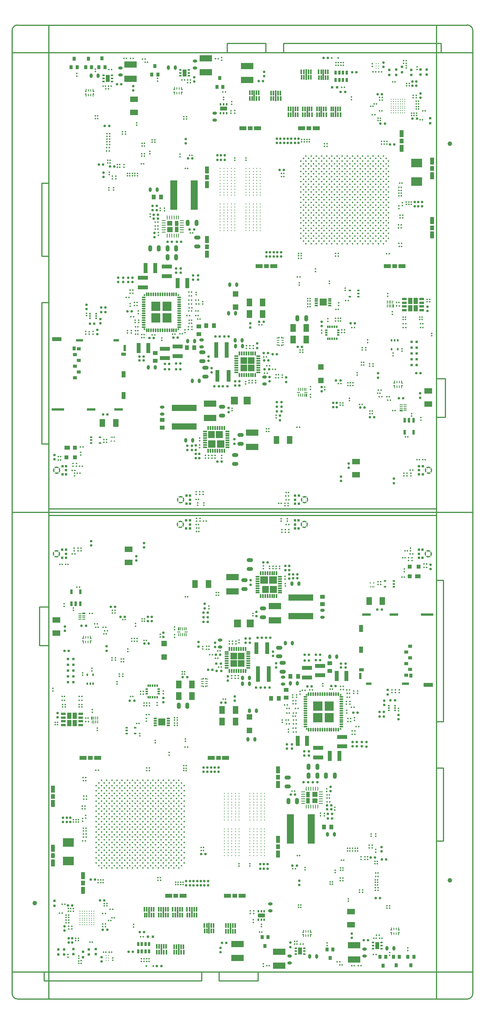
<source format=gbr>
*
%FSLAX45Y45*%
%MOMM*%
G04 A1 - i274x.macro50.d50+3 *
%AMA1gbp_lev.gbr*
4,1,6,
0.203200,0.304800,
0.203200,-0.304800,
0.000000,-0.304800,
0.000000,0.101600,
-0.203200,0.101600,
-0.203200,0.304800,
0.203200,0.304800,
0.0000*
%
G04 A2 - i274x.macro41.d41 *
%AMA2gbp_lev.gbr*
4,1,6,
-0.304800,-0.203200,
-0.304800,0.203200,
-0.101600,0.203200,
-0.101600,0.000000,
0.304800,0.000000,
0.304800,-0.203200,
-0.304800,-0.203200,
0.0000*
%
G04 A3 - i274x.macro43.d43 *
%AMA3gbp_lev.gbr*
4,1,6,
-0.304800,0.203200,
0.304800,0.203200,
0.304800,0.000000,
-0.101600,0.000000,
-0.101600,-0.203200,
-0.304800,-0.203200,
-0.304800,0.203200,
0.0000*
%
G04 A4 - i274x.macro44.d44 *
%AMA4gbp_lev.gbr*
4,1,6,
0.304800,0.203200,
0.304800,-0.203200,
0.101600,-0.203200,
0.101600,0.000000,
-0.304800,0.000000,
-0.304800,0.203200,
0.304800,0.203200,
0.0000*
%
G04 A5 - i274x.macro45.d45 *
%AMA5gbp_lev.gbr*
4,1,6,
0.304800,-0.203200,
-0.304800,-0.203200,
-0.304800,0.000000,
0.101600,0.000000,
0.101600,0.203200,
0.304800,0.203200,
0.304800,-0.203200,
0.0000*
%
G04 A6 - i274x.macro46.d46 *
%AMA6gbp_lev.gbr*
4,1,6,
0.203200,-0.304800,
-0.203200,-0.304800,
-0.203200,-0.101600,
0.000000,-0.101600,
0.000000,0.304800,
0.203200,0.304800,
0.203200,-0.304800,
0.0000*
%
G04 A7 - i274x.macro48.d48+2 *
%AMA7gbp_lev.gbr*
4,1,6,
-0.203200,-0.304800,
-0.203200,0.304800,
0.000000,0.304800,
0.000000,-0.101600,
0.203200,-0.101600,
0.203200,-0.304800,
-0.203200,-0.304800,
0.0000*
%
G04 A8 - i274x.macro49.d49+1 *
%AMA8gbp_lev.gbr*
4,1,6,
-0.203200,0.304800,
0.203200,0.304800,
0.203200,0.101600,
0.000000,0.101600,
0.000000,-0.304800,
-0.203200,-0.304800,
-0.203200,0.304800,
0.0000*
%
G04 A9 - i274x.macro50.d50+3 180 *
%AMA9gbp_lev.gbr*
4,1,6,
-0.203200,-0.304800,
-0.203200,0.304800,
0.000000,0.304800,
0.000000,-0.101600,
0.203200,-0.101600,
0.203200,-0.304800,
-0.203200,-0.304800,
0.0000*
%
G04 A10 - i274x.macro41.d41 180 *
%AMA10gbp_lev.gbr*
4,1,6,
0.304800,0.203200,
0.304800,-0.203200,
0.101600,-0.203200,
0.101600,0.000000,
-0.304800,0.000000,
-0.304800,0.203200,
0.304800,0.203200,
0.0000*
%
G04 A11 - i274x.macro43.d43 180 *
%AMA11gbp_lev.gbr*
4,1,6,
0.304800,-0.203200,
-0.304800,-0.203200,
-0.304800,0.000000,
0.101600,0.000000,
0.101600,0.203200,
0.304800,0.203200,
0.304800,-0.203200,
0.0000*
%
G04 A12 - i274x.macro44.d44 180 *
%AMA12gbp_lev.gbr*
4,1,6,
-0.304800,-0.203200,
-0.304800,0.203200,
-0.101600,0.203200,
-0.101600,0.000000,
0.304800,0.000000,
0.304800,-0.203200,
-0.304800,-0.203200,
0.0000*
%
G04 A13 - i274x.macro45.d45 180 *
%AMA13gbp_lev.gbr*
4,1,6,
-0.304800,0.203200,
0.304800,0.203200,
0.304800,0.000000,
-0.101600,0.000000,
-0.101600,-0.203200,
-0.304800,-0.203200,
-0.304800,0.203200,
0.0000*
%
G04 A14 - i274x.macro46.d46 180 *
%AMA14gbp_lev.gbr*
4,1,6,
-0.203200,0.304800,
0.203200,0.304800,
0.203200,0.101600,
0.000000,0.101600,
0.000000,-0.304800,
-0.203200,-0.304800,
-0.203200,0.304800,
0.0000*
%
G04 A15 - i274x.macro48.d48+2 180 *
%AMA15gbp_lev.gbr*
4,1,6,
0.203200,0.304800,
0.203200,-0.304800,
0.000000,-0.304800,
0.000000,0.101600,
-0.203200,0.101600,
-0.203200,0.304800,
0.203200,0.304800,
0.0000*
%
G04 A16 - i274x.macro49.d49+1 180 *
%AMA16gbp_lev.gbr*
4,1,6,
0.203200,-0.304800,
-0.203200,-0.304800,
-0.203200,-0.101600,
0.000000,-0.101600,
0.000000,0.304800,
0.203200,0.304800,
0.203200,-0.304800,
0.0000*
%
%ADD10R,1.574800X0.812800*%
%ADD11R,0.558800X0.355600*%
%ADD12R,0.812800X1.574800*%
%ADD13C,0.127000*%
%ADD14R,0.533400X0.609600*%
%ADD15R,1.599945X0.540000*%
%ADD16R,2.717800X0.609600*%
%ADD17R,0.750062X0.899922*%
%ADD18R,2.006600X0.863600*%
%ADD19R,0.203200X0.355600*%
%ADD20R,1.899920X0.500125*%
%ADD21R,0.899922X0.800100*%
%ADD22R,0.711200X0.889000*%
%ADD23R,0.330200X0.685800*%
%ADD24A1gbp_lev.gbr*%
%ADD25R,1.899920X0.599947*%
%ADD26R,0.609600X0.508000*%
%ADD27R,0.508000X0.304800*%
%ADD28A2gbp_lev.gbr*%
%ADD29R,0.910082X1.530095*%
%ADD30R,2.413000X1.905000*%
%ADD31R,0.508000X0.609600*%
%ADD32R,0.304800X0.508000*%
%ADD33R,0.499872X0.203200*%
%ADD34C,0.254000*%
%ADD35R,0.910082X1.329945*%
%ADD36R,0.450087X1.070102*%
%ADD37R,0.406400X0.355600*%
%ADD38R,0.508000X0.406400*%
%ADD39O,0.609600X0.508000*%
%ADD40A3gbp_lev.gbr*%
%ADD41R,0.228600X0.660400*%
%ADD42A4gbp_lev.gbr*%
%ADD43R,0.549910X1.329945*%
%ADD44R,0.299975X1.070102*%
%ADD45R,0.849885X0.279907*%
%ADD46R,1.193800X0.838200*%
%ADD47R,0.330200X0.660400*%
%ADD48R,0.406400X0.508000*%
%ADD49O,0.508000X0.609600*%
%ADD50R,0.979932X0.700025*%
%ADD51R,0.299975X1.150112*%
%ADD52R,0.863600X0.990600*%
%ADD53O,0.279400X0.914400*%
%ADD54A5gbp_lev.gbr*%
%ADD55R,0.838200X0.838200*%
%ADD56R,0.660400X0.228600*%
%ADD57C,0.355600*%
%ADD58R,5.486400X1.397000*%
%ADD59A6gbp_lev.gbr*%
%ADD60R,1.169925X0.540000*%
%ADD61R,0.990600X0.863600*%
%ADD62R,0.457200X0.304800*%
%ADD63R,0.660400X0.330200*%
%ADD64O,0.914400X0.279400*%
%ADD65R,0.508000X0.812800*%
%ADD66C,0.279400*%
%ADD67R,0.889000X2.540000*%
%ADD68R,1.600200X1.803400*%
%ADD69O,0.889000X1.422400*%
%ADD70R,0.812800X1.117600*%
%ADD71R,0.609600X1.016000*%
%ADD72O,0.609600X1.016000*%
%ADD73R,0.203200X0.499872*%
%ADD74R,0.304800X0.304800*%
%ADD75R,0.685800X0.228600*%
%ADD76A7gbp_lev.gbr*%
%ADD77R,0.914400X2.209800*%
%ADD78R,0.812800X1.498600*%
%ADD79O,1.422400X0.889000*%
%ADD80O,1.016000X0.609600*%
%ADD81R,0.228600X0.685800*%
%ADD82R,1.574800X6.502400*%
%ADD83R,2.209800X0.914400*%
%ADD84C,0.203200*%
%ADD85R,1.117600X0.812800*%
%ADD86O,0.381000X0.355600*%
%ADD87A8gbp_lev.gbr*%
%ADD88R,2.794000X1.397000*%
%ADD89R,1.498600X0.812800*%
%ADD90R,1.193800X1.803400*%
%ADD91O,0.355600X0.381000*%
%ADD92R,0.304800X0.812800*%
%ADD93R,0.965200X3.403600*%
%ADD94R,1.803400X1.193800*%
%ADD95R,1.270000X1.219200*%
%ADD96R,0.812800X0.304800*%
%ADD97R,1.600200X1.600200*%
%ADD98R,0.299975X0.854710*%
%ADD99R,0.279907X0.849885*%
%ADD100R,0.711200X0.304800*%
%ADD101R,0.854710X0.299975*%
%ADD102R,1.041400X0.508000*%
%ADD103R,0.355600X0.558800*%
%ADD104A9gbp_lev.gbr*%
%ADD105A10gbp_lev.gbr*%
%ADD106A11gbp_lev.gbr*%
%ADD107A12gbp_lev.gbr*%
%ADD108A13gbp_lev.gbr*%
%ADD109A14gbp_lev.gbr*%
%ADD110A15gbp_lev.gbr*%
%ADD111A16gbp_lev.gbr*%
%ADD112C,1.000000*%
%IPPOS*%
%LNgbp_lev.gbr*%
%LPD*%
%SRX1Y1I0J0*%
G01*
G75*
G36*
X005637328Y009266505D02*
X005804967D01*
Y009103944D01*
X005637328D01*
Y009266505D01*
G37*
G36*
X005444287D02*
X005606848D01*
Y009103944D01*
X005444287D01*
Y009266505D01*
G37*
G36*
X005479848Y009055685D02*
X005630698D01*
Y008900745D01*
X005479848D01*
Y009055685D01*
G37*
G36*
X005656098D02*
X005804967D01*
Y008900745D01*
X005656098D01*
Y009055685D01*
G37*
G36*
X009072805Y009694215D02*
X009094268Y009715653D01*
G03X009153551Y009715653I000029642J000044018D01*
G01X009175014Y009694215D01*
G02X009072805Y009694215I-000051105J000065456D01*
G37*
G36*
X009058453Y009810776D02*
G01X009079891Y009789313D01*
G03X009079891Y009730029I000044018J-000029642D01*
G01X009058453Y009708566D01*
G02X009058453Y009810776I000065456J000051105D01*
G37*
G36*
X009175014Y009825127D02*
G01X009153551Y009803689D01*
G03X009094268Y009803689I-000029642J-000044018D01*
G01X009072805Y009825127D01*
G02X009175014Y009825127I000051105J-000065456D01*
G37*
G36*
X009189365Y009708566D02*
G01X009167928Y009730029D01*
G03X009167928Y009789313I-000044018J000029642D01*
G01X009189365Y009810776D01*
G02X009189365Y009708566I-000065456J-000051105D01*
G37*
G36*
X001035965D02*
G01X001014527Y009730029D01*
G03X001014527Y009789313I-000044018J000029642D01*
G01X001035965Y009810776D01*
G02X001035965Y009708566I-000065456J-000051105D01*
G37*
G36*
X001021614Y009825127D02*
G01X001000151Y009803689D01*
G03X000940867Y009803689I-000029642J-000044018D01*
G01X000919404Y009825127D01*
G02X001021614Y009825127I000051105J-000065456D01*
G37*
G36*
X000905054Y009810776D02*
G01X000926491Y009789313D01*
G03X000926491Y009730029I000044018J-000029642D01*
G01X000905054Y009708566D01*
G02X000905054Y009810776I000065456J000051105D01*
G37*
G36*
X000919404Y009694215D02*
G01X000940867Y009715653D01*
G03X001000151Y009715653I000029642J000044018D01*
G01X001021614Y009694215D01*
G02X000919404Y009694215I-000051105J000065456D01*
G37*
G36*
X003637205Y010338969D02*
G01X003658667Y010360406D01*
G03X003717951Y010360406I000029642J000044018D01*
G01X003739414Y010338969D01*
G02X003637205Y010338969I-000051105J000065456D01*
G37*
G36*
X003622853Y010455529D02*
G01X003644291Y010434066D01*
G03X003644291Y010374783I000044018J-000029642D01*
G01X003622853Y010353320D01*
G02X003622853Y010455529I000065456J000051105D01*
G37*
G36*
X003739414Y010469880D02*
G01X003717951Y010448443D01*
G03X003658667Y010448443I-000029642J-000044018D01*
G01X003637205Y010469880D01*
G02X003739414Y010469880I000051105J-000065456D01*
G37*
G36*
X003753765Y010353320D02*
G01X003732327Y010374783D01*
G03X003732327Y010434066I-000044018J000029642D01*
G01X003753765Y010455529D01*
G02X003753765Y010353320I-000065456J-000051105D01*
G37*
G36*
X006471565D02*
G01X006450127Y010374783D01*
G03X006450127Y010434066I-000044018J000029642D01*
G01X006471565Y010455529D01*
G02X006471565Y010353320I-000065456J-000051105D01*
G37*
G36*
X006457214Y010469880D02*
G01X006435751Y010448443D01*
G03X006376468Y010448443I-000029642J-000044018D01*
G01X006355005Y010469880D01*
G02X006457214Y010469880I000051105J-000065456D01*
G37*
G36*
X006340654Y010455529D02*
G01X006362091Y010434066D01*
G03X006362091Y010374783I000044018J-000029642D01*
G01X006340654Y010353320D01*
G02X006340654Y010455529I000065456J000051105D01*
G37*
G36*
X006355005Y010338969D02*
G01X006376468Y010360406D01*
G03X006435751Y010360406I000029642J000044018D01*
G01X006457214Y010338969D01*
G02X006355005Y010338969I-000051105J000065456D01*
G37*
G36*
X006527191Y004540022D02*
G01Y004425722D01*
X006450991D01*
Y004540022D01*
X006527191D01*
G37*
G36*
Y004405376D02*
Y004291076D01*
X006450991D01*
Y004405376D01*
X006527191D01*
G37*
G36*
X006853784Y006066105D02*
Y006268441D01*
X007047028D01*
Y006066105D01*
X006853784D01*
G37*
G36*
Y006321781D02*
Y006523304D01*
X007047028D01*
Y006321781D01*
X006853784D01*
G37*
G36*
X006602527D02*
Y006523304D01*
X006800444D01*
Y006321781D01*
X006602527D01*
G37*
G36*
Y006066105D02*
Y006268441D01*
X006800444D01*
Y006066105D01*
X006602527D01*
G37*
G36*
X001299439Y006140171D02*
X001207999D01*
Y006277331D01*
X001299439D01*
Y006140171D01*
G37*
G36*
X001416127Y006140120D02*
X001324687D01*
Y006277280D01*
X001416127D01*
Y006140120D01*
G37*
G36*
X001416076Y005977484D02*
X001324636D01*
Y006114644D01*
X001416076D01*
Y005977484D01*
G37*
G36*
X001299439Y005977408D02*
X001207999D01*
Y006114568D01*
X001299439D01*
Y005977408D01*
G37*
G36*
X006585611Y004293616D02*
Y004400296D01*
X006697371D01*
Y004293616D01*
X006585611D01*
G37*
G36*
X006585535Y004430802D02*
Y004537482D01*
X006697295D01*
Y004430802D01*
X006585535D01*
G37*
G36*
X004948861Y007427672D02*
X005093869D01*
Y007282663D01*
X004948861D01*
Y007427672D01*
G37*
G36*
Y007587666D02*
X005093869D01*
Y007442658D01*
X004948861D01*
Y007587666D01*
G37*
G36*
X004788866D02*
X004933875D01*
Y007442658D01*
X004788866D01*
Y007587666D01*
G37*
G36*
Y007427672D02*
X004933875D01*
Y007282663D01*
X004788866D01*
Y007427672D01*
G37*
G54D10*
X005462499Y001834871D03*
G54D11*
X007911059Y001106932D03*
Y001171931D03*
Y001236930D03*
X008099019D03*
Y001171931D03*
Y001106932D03*
X006221959Y000985012D03*
Y001050011D03*
Y001115010D03*
X006409919D03*
Y001050011D03*
Y000985012D03*
G54D12*
X008005039Y001171931D03*
X006315939Y001050011D03*
G54D13*
X000799999Y000599999D02*
Y010600005D01*
X009300008D01*
Y000599999D01*
X000799999D01*
G54D14*
X006198718Y010494417D03*
X006278144D03*
Y010314432D03*
X006198718D03*
Y010404425D03*
X001177900Y009669679D03*
X001098475D03*
Y009849663D03*
X001177900D03*
Y009759671D03*
X003895700Y010314432D03*
X003816275D03*
Y010494417D03*
X003895700D03*
Y010404425D03*
X008916518Y009849663D03*
X008995944D03*
Y009669679D03*
X008916518D03*
Y009759671D03*
G54D15*
X008625790Y006909258D03*
G54D16*
X009097773Y008429244D03*
G54D17*
X008743290Y007092239D03*
G54D18*
X009122792Y006884238D03*
G54D19*
X007927849Y009123579D03*
X007857846D03*
Y009038590D03*
X007892847D03*
X007927849D03*
G54D20*
X008367802Y008429244D03*
G54D21*
X008640776Y007606259D03*
Y007352259D03*
Y007098259D03*
X008725790Y007733259D03*
Y007479259D03*
Y007225259D03*
G54D22*
X005481321Y001355827D03*
X005611318D03*
X005546319Y001165835D03*
X008064501Y000924027D03*
X008194498D03*
X008129499Y000734035D03*
X008359141Y000926567D03*
X008489138D03*
X008424139Y000736575D03*
X008676641Y000929107D03*
X008806638D03*
X008741639Y000739115D03*
X006906261Y001089127D03*
X007036258D03*
X006971259Y000899135D03*
G54D23*
X003650209Y008115757D03*
G54D24*
X006381116Y001388644D03*
X008314056Y001431824D03*
X001552576Y007825004D03*
G54D25*
X007770775Y008424241D03*
G54D26*
X001228218Y007069811D03*
X001340181D03*
X001228218Y007450811D03*
X001340181D03*
X001228218Y006942811D03*
X001340181D03*
X001228218Y007196811D03*
X001340181D03*
X001228218Y007323811D03*
X001340181D03*
X002975738Y001362431D03*
X003087701D03*
G54D27*
X003211170Y006694348D03*
Y006794373D03*
X002952192D03*
Y006694348D03*
X003211170Y006744361D03*
X002952192D03*
G54D28*
X004267886Y007024955D03*
G54D29*
X007653275Y008122743D03*
G54D30*
X001230859Y003434588D03*
Y003024073D03*
G54D31*
X001550899Y000920369D03*
Y001032332D03*
X001835379Y000981329D03*
Y001093293D03*
X000930707Y002154606D03*
Y002042643D03*
X001012419Y000973709D03*
Y001085673D03*
X001141959Y000973709D03*
Y001085673D03*
X001345159Y000981329D03*
Y001093293D03*
X001682979Y000978789D03*
Y001090753D03*
G54D32*
X002981681Y006873850D03*
X003031669D03*
X003181681D03*
X003131694D03*
X002981681Y006614872D03*
X003031669D03*
X003181681D03*
X003131694D03*
X003081681Y006873850D03*
Y006614872D03*
G54D33*
X004267886Y006965265D03*
Y006915277D03*
X004167912D03*
Y006965265D03*
G54D34*
X001789812Y001926463D03*
X001739799D03*
X001689812D03*
X001639799D03*
X001589787D03*
X001539799D03*
X001489787D03*
X001789812Y001876451D03*
X001739799D03*
X001689812D03*
X001639799D03*
X001589787D03*
X001539799D03*
X001489787D03*
X001789812Y001826463D03*
X001739799D03*
X001689812D03*
X001639799D03*
X001589787D03*
X001539799D03*
X001489787D03*
X001789812Y001776451D03*
X001739799D03*
X001689812D03*
X001639799D03*
X001589787D03*
X001539799D03*
X001489787D03*
X001789812Y001726438D03*
X001739799D03*
X001689812D03*
X001639799D03*
X001589787D03*
X001539799D03*
X001489787D03*
X001789812Y001676451D03*
X001739799D03*
X001689812D03*
X001639799D03*
X001589787D03*
X001539799D03*
X001489787D03*
X001789812Y001626438D03*
X001739799D03*
X001689812D03*
X001639799D03*
X001589787D03*
X001539799D03*
X001489787D03*
G54D35*
X007653275Y007659243D03*
G54D36*
X002897531Y001964944D03*
X003209951D03*
X003522371D03*
X004683151Y001609344D03*
X004210711Y001614424D03*
X003834791Y001964944D03*
X003761080Y001026211D03*
X003382620Y001028751D03*
G54D37*
X003091536Y000722351D03*
X002946502D03*
G54D38*
X008176312Y009163863D03*
Y009033866D03*
X008366303D03*
Y009098865D03*
Y009163863D03*
X002697430Y005820334D03*
Y005950331D03*
X002507438D03*
Y005885333D03*
Y005820334D03*
G54D39*
X006978041Y004558183D03*
Y004653890D03*
X007445401Y001337463D03*
Y001433170D03*
X002724379Y009610217D03*
Y009705924D03*
X001154228Y008168818D03*
Y008073111D03*
X007019087Y004056558D03*
Y003960851D03*
X006925108D03*
Y004056558D03*
X006105119Y001141857D03*
Y001237564D03*
X001733754Y009944659D03*
Y010040366D03*
X002891181Y009899803D03*
Y009995510D03*
X004725468Y007076618D03*
Y006980911D03*
X004453688Y007810678D03*
Y007714971D03*
X006076748Y009216111D03*
Y009311818D03*
X006295187Y002593518D03*
Y002497811D03*
X001149148Y001595298D03*
Y001499591D03*
X001319759Y001334085D03*
Y001238377D03*
X008096479Y003333064D03*
Y003237357D03*
X003062199Y008281797D03*
Y008377504D03*
X008233207Y006678651D03*
Y006774358D03*
X008471968Y006130011D03*
Y006225718D03*
X008162087Y006538138D03*
Y006442431D03*
X002980919Y008377504D03*
Y008281797D03*
X001241019Y001334085D03*
Y001238377D03*
X004136619Y002490597D03*
Y002586305D03*
X004057879Y002490597D03*
Y002586305D03*
X004215359Y002490597D03*
Y002586305D03*
X005602199Y002858897D03*
Y002954605D03*
X005520919Y002858897D03*
Y002954605D03*
X005442179Y002858897D03*
Y002954605D03*
X001276579Y003975685D03*
Y003879977D03*
X003979139Y002490597D03*
Y002586305D03*
X004443959Y005078045D03*
Y004982337D03*
X004522699Y005078045D03*
Y004982337D03*
X001114019Y003975685D03*
Y003879977D03*
X001197839Y003975685D03*
Y003879977D03*
X004200119Y005078045D03*
Y004982337D03*
X003819119Y002490597D03*
Y002586305D03*
X004294099Y002490597D03*
Y002586305D03*
X003900399Y002490597D03*
Y002586305D03*
X002074139Y007729804D03*
Y007634097D03*
X004225088Y008661578D03*
Y008565871D03*
X003316199Y008032065D03*
Y007936357D03*
X004283939Y005078045D03*
Y004982337D03*
X004365219Y005078045D03*
Y004982337D03*
X004570528Y001024611D03*
Y001120318D03*
X003316199Y006503797D03*
Y006599505D03*
X000994614Y006271006D03*
Y006175299D03*
X004878299Y006635064D03*
Y006539357D03*
X004087927Y007727671D03*
Y007823378D03*
X009170468Y009424391D03*
Y009520098D03*
X005352847Y008486318D03*
Y008390611D03*
X005225848Y009081491D03*
Y009177198D03*
X007770927Y005631358D03*
Y005535651D03*
X007555053Y005632171D03*
Y005536464D03*
X007461073Y005632171D03*
Y005536464D03*
X007666813Y005632171D03*
Y005536464D03*
X006401868Y005430698D03*
Y005334991D03*
X006508548Y005430698D03*
Y005334991D03*
X006135168Y005487391D03*
Y005583098D03*
X006023408Y005487391D03*
Y005583098D03*
X005723687Y007519391D03*
Y007615098D03*
X005789728Y007361098D03*
Y007265391D03*
X006076748Y009494698D03*
Y009398991D03*
X005992928Y009494698D03*
Y009398991D03*
X001956868Y000919658D03*
Y000823951D03*
G54D40*
X004267886Y006855587D03*
G54D41*
X001755065Y006072759D03*
X001795044D03*
X001835075D03*
X001875054D03*
Y006156782D03*
X001835075D03*
X001795044D03*
G54D42*
X004167912Y006855587D03*
G54D43*
X007635292Y007082740D03*
G54D44*
X002905024Y001841957D03*
X002955037Y001964944D03*
Y001841957D03*
X003055011Y001964944D03*
Y001841957D03*
X003105024Y001964944D03*
Y001841957D03*
X003217444D03*
X003267457Y001964944D03*
Y001841957D03*
X003367431Y001964944D03*
Y001841957D03*
X003417444Y001964944D03*
Y001841957D03*
X003529864D03*
X003579877Y001964944D03*
Y001841957D03*
X003679851Y001964944D03*
Y001841957D03*
X003729864Y001964944D03*
Y001841957D03*
X004690644Y001486357D03*
X004740657Y001609344D03*
Y001486357D03*
X004840631Y001609344D03*
Y001486357D03*
X004890644Y001609344D03*
Y001486357D03*
X004218204Y001491437D03*
X004268217Y001614424D03*
Y001491437D03*
X004368191Y001614424D03*
Y001491437D03*
X004418204Y001614424D03*
Y001491437D03*
X003842284Y001841957D03*
X003892297Y001964944D03*
Y001841957D03*
X003992271Y001964944D03*
Y001841957D03*
X004042284Y001964944D03*
Y001841957D03*
X003753587Y001149198D03*
X003703575Y001026211D03*
Y001149198D03*
X003603600Y001026211D03*
Y001149198D03*
X003553588Y001026211D03*
Y001149198D03*
X003375127Y001151738D03*
X003325115Y001028751D03*
Y001151738D03*
X003225140Y001028751D03*
Y001151738D03*
X003175128Y001028751D03*
Y001151738D03*
G54D45*
X006377941Y004290543D03*
Y004340530D03*
Y004390543D03*
Y004440530D03*
Y004490543D03*
Y004540530D03*
X006772962D03*
Y004490543D03*
Y004440530D03*
Y004390543D03*
Y004340530D03*
Y004290543D03*
G54D46*
X008893354Y009267927D03*
G54D47*
X001749984Y006156782D03*
G54D48*
X001778458Y007103847D03*
X001648461D03*
Y006913855D03*
X001713459D03*
X001778458D03*
G54D49*
X008007986Y008540471D03*
X008103693D03*
X006902654Y004244925D03*
X006998361D03*
X007801433Y001293851D03*
X007705726D03*
X003174366Y000722351D03*
X003270073D03*
X002552066Y001034771D03*
X002647773D03*
X001144906Y007631151D03*
X001240613D03*
X004197554Y008471485D03*
X004293261D03*
X004197554Y008369885D03*
X004293261D03*
X004197554Y008268285D03*
X004293261D03*
X004582821Y007193864D03*
X004487114D03*
X004562501Y007549465D03*
X004466794D03*
X005350714Y006830645D03*
X005446421D03*
X004479494Y007351344D03*
X004575201D03*
X005381194Y007920305D03*
X005476901D03*
X005505654Y009568765D03*
X005601361D03*
X006256681Y009312225D03*
X006160974D03*
X006256681Y009223325D03*
X006160974D03*
X001988186Y001514831D03*
X002083893D03*
X001927226Y002162531D03*
X002022933D03*
X001225754Y002052905D03*
X001321461D03*
X001721486Y002617191D03*
X001817193D03*
X007956373Y003102331D03*
X007860666D03*
X002798420Y001465733D03*
X002894127D03*
X002256613Y008596351D03*
X002160906D03*
X001619073Y008184871D03*
X001523366D03*
X004601414Y001229944D03*
X004697121D03*
X008053274Y006294705D03*
X008148981D03*
X002374266Y008380451D03*
X002469973D03*
X006205475Y004484116D03*
X006109767D03*
X007972426Y002215871D03*
X008068133D03*
X004237813Y003175991D03*
X004142106D03*
X002995753Y007788631D03*
X002900046D03*
X002582114Y006541084D03*
X002677821D03*
X008200213Y003056611D03*
X008104506D03*
X004586606Y006500851D03*
X004682313D03*
X003836493Y007052031D03*
X003740786D03*
X008297546Y006549111D03*
X008393253D03*
X008053274Y006195644D03*
X008148981D03*
X006595314Y004752925D03*
X006691021D03*
X004296614Y007216724D03*
X004392321D03*
X006241441Y002926664D03*
X006145734D03*
X006656274Y007425004D03*
X006751981D03*
X006656274Y007546924D03*
X006751981D03*
X007212534Y007353884D03*
X007308241D03*
X007212534Y007264985D03*
X007308241D03*
X006509208Y007420331D03*
X006413501D03*
X006508141Y007546924D03*
X006412434D03*
X007574941Y006279465D03*
X007479234D03*
X007090614Y006864503D03*
X006994907D03*
X006472581Y006850126D03*
X006568288D03*
X005569154Y007920305D03*
X005664861D03*
X005546294Y006830645D03*
X005642001D03*
X005212741Y007902525D03*
X005117034D03*
X005212741Y007806005D03*
X005117034D03*
X006487821Y004752925D03*
X006392114D03*
X006998361Y004158565D03*
X006902654D03*
G54D50*
X007656780Y007214261D03*
G54D51*
X003005024Y001960957D03*
Y001845945D03*
X003317444Y001960957D03*
Y001845945D03*
X003629864Y001960957D03*
Y001845945D03*
X004790644Y001605357D03*
Y001490345D03*
X004318204Y001610437D03*
Y001495425D03*
X003942284Y001960957D03*
Y001845945D03*
X003653587Y001030199D03*
Y001145210D03*
X003275128Y001032739D03*
Y001147750D03*
G54D52*
X006834937Y003767405D03*
X007000037D03*
X005844338Y006589345D03*
X005679238D03*
X006103418Y007069405D03*
X006268517D03*
G54D53*
X007152107Y005902884D03*
X007102120D03*
X007052108D03*
X007002120D03*
X006952108D03*
X006902120D03*
X006852108D03*
X006802121D03*
X006752108D03*
X006702121D03*
X006652108D03*
X006602121D03*
X006552109D03*
X006502121D03*
Y006687338D03*
X006552109D03*
X006602121D03*
X006652108D03*
X006702121D03*
X006752108D03*
X006802121D03*
X006852108D03*
X006902120D03*
X006952108D03*
X007002120D03*
X007052108D03*
X007102120D03*
X007152107D03*
G54D54*
X004167912Y007024955D03*
G54D55*
X008912657Y009478442D03*
X008720989D03*
Y009267927D03*
G54D56*
X001483488Y008445526D03*
Y008405546D03*
Y008365516D03*
Y008325536D03*
X001567511D03*
Y008365516D03*
Y008405546D03*
G54D57*
X003656737Y004793006D03*
X003543605D03*
X003430474D03*
X003317317D03*
X003204185D03*
X003091054D03*
X002977897D03*
X002864765D03*
X002751634D03*
X002638502D03*
X002525345D03*
X002412213D03*
X002299082D03*
X002185925D03*
X002072793D03*
X001959661D03*
X003713328Y004736440D03*
X003600171D03*
X003487040D03*
X003373908D03*
X003260751D03*
X003147620D03*
X003034488D03*
X002921331D03*
X002808199D03*
X002695068D03*
X002581911D03*
X002468779D03*
X002355648D03*
X002242491D03*
X002129359D03*
X002016227D03*
X001903070D03*
X003769894Y004679849D03*
X003656737D03*
X003543605D03*
X003430474D03*
X003317317D03*
X003204185D03*
X003091054D03*
X002977897D03*
X002864765D03*
X002751634D03*
X002638502D03*
X002525345D03*
X002412213D03*
X002299082D03*
X002185925D03*
X002072793D03*
X001959661D03*
X001846505D03*
X003713328Y004623283D03*
X003600171D03*
X003487040D03*
X003373908D03*
X003260751D03*
X003147620D03*
X003034488D03*
X002921331D03*
X002808199D03*
X002695068D03*
X002581911D03*
X002468779D03*
X002355648D03*
X002242491D03*
X002129359D03*
X002016227D03*
X001903070D03*
X003769894Y004566717D03*
X003656737D03*
X003543605D03*
X003430474D03*
X003317317D03*
X003204185D03*
X003091054D03*
X002977897D03*
X002864765D03*
X002751634D03*
X002638502D03*
X002525345D03*
X002412213D03*
X002299082D03*
X002185925D03*
X002072793D03*
X001959661D03*
X001846505D03*
X003713328Y004510151D03*
X003600171D03*
X003487040D03*
X003373908D03*
X003260751D03*
X003147620D03*
X003034488D03*
X002921331D03*
X002808199D03*
X002695068D03*
X002581911D03*
X002468779D03*
X002355648D03*
X002242491D03*
X002129359D03*
X002016227D03*
X001903070D03*
X003769894Y004453586D03*
X003656737D03*
X003543605D03*
X003430474D03*
X003317317D03*
X003204185D03*
X003091054D03*
X002977897D03*
X002864765D03*
X002751634D03*
X002638502D03*
X002525345D03*
X002412213D03*
X002299082D03*
X002185925D03*
X002072793D03*
X001959661D03*
X001846505D03*
X003713328Y004397020D03*
X003600171D03*
X003487040D03*
X003373908D03*
X003260751D03*
X003147620D03*
X003034488D03*
X002921331D03*
X002808199D03*
X002695068D03*
X002581911D03*
X002468779D03*
X002355648D03*
X002242491D03*
X002129359D03*
X002016227D03*
X001903070D03*
X003769894Y004340429D03*
X003656737D03*
X003543605D03*
X003430474D03*
X003317317D03*
X003204185D03*
X003091054D03*
X002977897D03*
X002864765D03*
X002751634D03*
X002638502D03*
X002525345D03*
X002412213D03*
X002299082D03*
X002185925D03*
X002072793D03*
X001959661D03*
X001846505D03*
X003713328Y004283863D03*
X003600171D03*
X003487040D03*
X003373908D03*
X003260751D03*
X003147620D03*
X003034488D03*
X002921331D03*
X002808199D03*
X002695068D03*
X002581911D03*
X002468779D03*
X002355648D03*
X002242491D03*
X002129359D03*
X002016227D03*
X001903070D03*
X003769894Y004227297D03*
X003656737D03*
X003543605D03*
X003430474D03*
X003317317D03*
X003204185D03*
X003091054D03*
X002977897D03*
X002864765D03*
X002751634D03*
X002638502D03*
X002525345D03*
X002412213D03*
X002299082D03*
X002185925D03*
X002072793D03*
X001959661D03*
X001846505D03*
X003713328Y004170731D03*
X003600171D03*
X003487040D03*
X003373908D03*
X003260751D03*
X003147620D03*
X003034488D03*
X002921331D03*
X002808199D03*
X002695068D03*
X002581911D03*
X002468779D03*
X002355648D03*
X002242491D03*
X002129359D03*
X002016227D03*
X001903070D03*
X003769894Y004114165D03*
X003656737D03*
X003543605D03*
X003430474D03*
X003317317D03*
X003204185D03*
X003091054D03*
X002977897D03*
X002864765D03*
X002751634D03*
X002638502D03*
X002525345D03*
X002412213D03*
X002299082D03*
X002185925D03*
X002072793D03*
X001959661D03*
X001846505D03*
X003713328Y004057600D03*
X003600171D03*
X003487040D03*
X003373908D03*
X003260751D03*
X003147620D03*
X003034488D03*
X002921331D03*
X002808199D03*
X002695068D03*
X002581911D03*
X002468779D03*
X002355648D03*
X002242491D03*
X002129359D03*
X002016227D03*
X001903070D03*
X003769894Y004001008D03*
X003656737D03*
X003543605D03*
X003430474D03*
X003317317D03*
X003204185D03*
X003091054D03*
X002977897D03*
X002864765D03*
X002751634D03*
X002638502D03*
X002525345D03*
X002412213D03*
X002299082D03*
X002185925D03*
X002072793D03*
X001959661D03*
X001846505D03*
X003713328Y003944442D03*
X003600171D03*
X003487040D03*
X003373908D03*
X003260751D03*
X003147620D03*
X003034488D03*
X002921331D03*
X002808199D03*
X002695068D03*
X002581911D03*
X002468779D03*
X002355648D03*
X002242491D03*
X002129359D03*
X002016227D03*
X001903070D03*
X003769894Y003887877D03*
X003656737D03*
X003543605D03*
X003430474D03*
X003317317D03*
X003204185D03*
X003091054D03*
X002977897D03*
X002864765D03*
X002751634D03*
X002638502D03*
X002525345D03*
X002412213D03*
X002299082D03*
X002185925D03*
X002072793D03*
X001959661D03*
X001846505D03*
X003713328Y003831311D03*
X003600171D03*
X003487040D03*
X003373908D03*
X003260751D03*
X003147620D03*
X003034488D03*
X002921331D03*
X002808199D03*
X002695068D03*
X002581911D03*
X002468779D03*
X002355648D03*
X002242491D03*
X002129359D03*
X002016227D03*
X001903070D03*
X003769894Y003774745D03*
X003656737D03*
X003543605D03*
X003430474D03*
X003317317D03*
X003204185D03*
X003091054D03*
X002977897D03*
X002864765D03*
X002751634D03*
X002638502D03*
X002525345D03*
X002412213D03*
X002299082D03*
X002185925D03*
X002072793D03*
X001959661D03*
X001846505D03*
X003713328Y003718179D03*
X003600171D03*
X003487040D03*
X003373908D03*
X003260751D03*
X003147620D03*
X003034488D03*
X002921331D03*
X002808199D03*
X002695068D03*
X002581911D03*
X002468779D03*
X002355648D03*
X002242491D03*
X002129359D03*
X002016227D03*
X001903070D03*
X003769894Y003661613D03*
X003656737D03*
X003543605D03*
X003430474D03*
X003317317D03*
X003204185D03*
X003091054D03*
X002977897D03*
X002864765D03*
X002751634D03*
X002638502D03*
X002525345D03*
X002412213D03*
X002299082D03*
X002185925D03*
X002072793D03*
X001959661D03*
X001846505D03*
X003713328Y003605022D03*
X003600171D03*
X003487040D03*
X003373908D03*
X003260751D03*
X003147620D03*
X003034488D03*
X002921331D03*
X002808199D03*
X002695068D03*
X002581911D03*
X002468779D03*
X002355648D03*
X002242491D03*
X002129359D03*
X002016227D03*
X001903070D03*
X003769894Y003548456D03*
X003656737D03*
X003543605D03*
X003430474D03*
X003317317D03*
X003204185D03*
X003091054D03*
X002977897D03*
X002864765D03*
X002751634D03*
X002638502D03*
X002525345D03*
X002412213D03*
X002299082D03*
X002185925D03*
X002072793D03*
X001959661D03*
X001846505D03*
X003713328Y003491891D03*
X003600171D03*
X003487040D03*
X003373908D03*
X003260751D03*
X003147620D03*
X003034488D03*
X002921331D03*
X002808199D03*
X002695068D03*
X002581911D03*
X002468779D03*
X002355648D03*
X002242491D03*
X002129359D03*
X002016227D03*
X001903070D03*
X003769894Y003435325D03*
X003656737D03*
X003543605D03*
X003430474D03*
X003317317D03*
X003204185D03*
X003091054D03*
X002977897D03*
X002864765D03*
X002751634D03*
X002638502D03*
X002525345D03*
X002412213D03*
X002299082D03*
X002185925D03*
X002072793D03*
X001959661D03*
X001846505D03*
X003713328Y003378759D03*
X003600171D03*
X003487040D03*
X003373908D03*
X003260751D03*
X003147620D03*
X003034488D03*
X002921331D03*
X002808199D03*
X002695068D03*
X002581911D03*
X002468779D03*
X002355648D03*
X002242491D03*
X002129359D03*
X002016227D03*
X001903070D03*
X003769894Y003322193D03*
X003656737D03*
X003543605D03*
X003430474D03*
X003317317D03*
X003204185D03*
X003091054D03*
X002977897D03*
X002864765D03*
X002751634D03*
X002638502D03*
X002525345D03*
X002412213D03*
X002299082D03*
X002185925D03*
X002072793D03*
X001959661D03*
X001846505D03*
X003713328Y003265602D03*
X003600171D03*
X003487040D03*
X003373908D03*
X003260751D03*
X003147620D03*
X003034488D03*
X002921331D03*
X002808199D03*
X002695068D03*
X002581911D03*
X002468779D03*
X002355648D03*
X002242491D03*
X002129359D03*
X002016227D03*
X001903070D03*
X003769894Y003209036D03*
X003656737D03*
X003543605D03*
X003430474D03*
X003317317D03*
X003204185D03*
X003091054D03*
X002977897D03*
X002864765D03*
X002751634D03*
X002638502D03*
X002525345D03*
X002412213D03*
X002299082D03*
X002185925D03*
X002072793D03*
X001959661D03*
X001846505D03*
X003713328Y003152471D03*
X003600171D03*
X003487040D03*
X003373908D03*
X003260751D03*
X003147620D03*
X003034488D03*
X002921331D03*
X002808199D03*
X002695068D03*
X002581911D03*
X002468779D03*
X002355648D03*
X002242491D03*
X002129359D03*
X002016227D03*
X001903070D03*
X003769894Y003095905D03*
X003656737D03*
X003543605D03*
X003430474D03*
X003317317D03*
X003204185D03*
X003091054D03*
X002977897D03*
X002864765D03*
X002751634D03*
X002638502D03*
X002525345D03*
X002412213D03*
X002299082D03*
X002185925D03*
X002072793D03*
X001959661D03*
X001846505D03*
X003713328Y003039339D03*
X003600171D03*
X003487040D03*
X003373908D03*
X003260751D03*
X003147620D03*
X003034488D03*
X002921331D03*
X002808199D03*
X002695068D03*
X002581911D03*
X002468779D03*
X002355648D03*
X002242491D03*
X002129359D03*
X002016227D03*
X001903070D03*
X003769894Y002982773D03*
X003656737D03*
X003543605D03*
X003430474D03*
X003317317D03*
X003204185D03*
X003091054D03*
X002977897D03*
X002864765D03*
X002751634D03*
X002638502D03*
X002525345D03*
X002412213D03*
X002299082D03*
X002185925D03*
X002072793D03*
X001959661D03*
X001846505D03*
X003713328Y002926182D03*
X003600171D03*
X003487040D03*
X003373908D03*
X003260751D03*
X003147620D03*
X003034488D03*
X002921331D03*
X002808199D03*
X002695068D03*
X002581911D03*
X002468779D03*
X002355648D03*
X002242491D03*
X002129359D03*
X002016227D03*
X001903070D03*
X003656737Y002869616D03*
X003543605D03*
X003430474D03*
X003317317D03*
X003204185D03*
X003091054D03*
X002977897D03*
X002864765D03*
X002751634D03*
X002638502D03*
X002525345D03*
X002412213D03*
X002299082D03*
X002185925D03*
X002072793D03*
X001959661D03*
G54D58*
X006330748Y008394015D03*
Y008797874D03*
G54D59*
X006381116Y001488618D03*
X008314056Y001531798D03*
X001552576Y007924978D03*
G54D60*
X007817282Y006909258D03*
G54D61*
X006805727Y008820734D03*
Y008655635D03*
X006008168Y006608395D03*
Y006773495D03*
X006960668Y007357694D03*
Y007192595D03*
G54D62*
X008392567Y006326378D03*
Y006376391D03*
Y006426403D03*
X008257591D03*
Y006376391D03*
Y006326378D03*
G54D63*
X001567511Y008450606D03*
G54D64*
X006434887Y005970118D03*
Y006020105D03*
Y006070118D03*
Y006120105D03*
Y006170118D03*
Y006220105D03*
Y006270117D03*
Y006320105D03*
Y006370117D03*
Y006420104D03*
Y006470117D03*
Y006520104D03*
Y006570117D03*
Y006620104D03*
X007219341D03*
Y006570117D03*
Y006520104D03*
Y006470117D03*
Y006420104D03*
Y006370117D03*
Y006320105D03*
Y006270117D03*
Y006220105D03*
Y006170118D03*
Y006120105D03*
Y006070118D03*
Y006020105D03*
Y005970118D03*
G54D65*
X003004389Y001042416D03*
X002924404D03*
X002844394D03*
X002764410D03*
Y001205942D03*
X002844394D03*
X002924404D03*
X003004389D03*
G54D66*
X004655922Y003145130D03*
X004735932D03*
X004815917D03*
X004895927D03*
X004975937D03*
X005215916D03*
X005295926D03*
X005375936D03*
X005455921D03*
X005535931D03*
X004655922Y003210128D03*
X004735932D03*
X004815917D03*
X004895927D03*
X004975937D03*
X005215916D03*
X005295926D03*
X005375936D03*
X005455921D03*
X005535931D03*
X004655922Y003275127D03*
X004735932D03*
X004815917D03*
X004895927D03*
X004975937D03*
X005215916D03*
X005295926D03*
X005375936D03*
X005455921D03*
X005535931D03*
X004655922Y003340126D03*
X004735932D03*
X004815917D03*
X004895927D03*
X004975937D03*
X005215916D03*
X005295926D03*
X005375936D03*
X005455921D03*
X005535931D03*
X004655922Y003405124D03*
X004735932D03*
X004815917D03*
X004895927D03*
X004975937D03*
X005215916D03*
X005295926D03*
X005375936D03*
X005455921D03*
X005535931D03*
X004655922Y003470123D03*
X004735932D03*
X004815917D03*
X004895927D03*
X004975937D03*
X005215916D03*
X005295926D03*
X005375936D03*
X005455921D03*
X005535931D03*
X004655922Y003535121D03*
X004735932D03*
X004815917D03*
X004895927D03*
X004975937D03*
X005215916D03*
X005295926D03*
X005375936D03*
X005455921D03*
X005535931D03*
X004655922Y003600120D03*
X004735932D03*
X004815917D03*
X004895927D03*
X004975937D03*
X005215916D03*
X005295926D03*
X005375936D03*
X005455921D03*
X005535931D03*
X004655922Y003665119D03*
X004735932D03*
X004815917D03*
X004895927D03*
X004975937D03*
X005215916D03*
X005295926D03*
X005375936D03*
X005455921D03*
X005535931D03*
X004655922Y003730117D03*
X004735932D03*
X004815917D03*
X004895927D03*
X004975937D03*
X005215916D03*
X005295926D03*
X005375936D03*
X005455921D03*
X005535931D03*
X004655922Y003925138D03*
X004735932D03*
X004815917D03*
X004895927D03*
X004975937D03*
X005215916D03*
X005295926D03*
X005375936D03*
X005455921D03*
X005535931D03*
X004655922Y003990137D03*
X004735932D03*
X004815917D03*
X004895927D03*
X004975937D03*
X005215916D03*
X005295926D03*
X005375936D03*
X005455921D03*
X005535931D03*
X004655922Y004055136D03*
X004735932D03*
X004815917D03*
X004895927D03*
X004975937D03*
X005215916D03*
X005295926D03*
X005375936D03*
X005455921D03*
X005535931D03*
X004655922Y004120134D03*
X004735932D03*
X004815917D03*
X004895927D03*
X004975937D03*
X005215916D03*
X005295926D03*
X005375936D03*
X005455921D03*
X005535931D03*
X004655922Y004185133D03*
X004735932D03*
X004815917D03*
X004895927D03*
X004975937D03*
X005215916D03*
X005295926D03*
X005375936D03*
X005455921D03*
X005535931D03*
X004655922Y004250132D03*
X004735932D03*
X004815917D03*
X004895927D03*
X004975937D03*
X005215916D03*
X005295926D03*
X005375936D03*
X005455921D03*
X005535931D03*
X004655922Y004315130D03*
X004735932D03*
X004815917D03*
X004895927D03*
X004975937D03*
X005215916D03*
X005295926D03*
X005375936D03*
X005455921D03*
X005535931D03*
X004655922Y004380129D03*
X004735932D03*
X004815917D03*
X004895927D03*
X004975937D03*
X005215916D03*
X005295926D03*
X005375936D03*
X005455921D03*
X005535931D03*
X004655922Y004445127D03*
X004735932D03*
X004815917D03*
X004895927D03*
X004975937D03*
X005215916D03*
X005295926D03*
X005375936D03*
X005455921D03*
X005535931D03*
X004655922Y004510126D03*
X004735932D03*
X004815917D03*
X004895927D03*
X004975937D03*
X005215916D03*
X005295926D03*
X005375936D03*
X005455921D03*
X005535931D03*
G54D67*
X005595417Y007694244D03*
X005354118D03*
G54D68*
X004943908Y008232724D03*
X005223307D03*
G54D69*
X006692037Y004899406D03*
X006502045D03*
X006057545Y004338066D03*
X006247537D03*
X006883452Y004898975D03*
X007073443D03*
X006692444Y005089475D03*
X006502451D03*
X003653003Y006425921D03*
X003842995D03*
G54D70*
X005830799Y004860011D03*
X001558519Y002543506D03*
X000893039Y004443451D03*
Y003145511D03*
X005830799Y003336011D03*
G54D71*
X001490955Y008928024D03*
X001300963D03*
Y008665998D03*
X001395959D03*
X001490955D03*
G54D72*
X005324907Y005695265D03*
X005172508D03*
X005200447Y006317565D03*
X005352847D03*
X005992928Y007798385D03*
X006145328D03*
X008368259Y001110971D03*
X008215859D03*
X006676619Y000930631D03*
X006524219D03*
X006917488Y003612464D03*
X007069888D03*
X005205528Y006911924D03*
X005053128D03*
X005202988Y007038925D03*
X005050588D03*
X006290108Y009106485D03*
X006137708D03*
X006254548Y006924625D03*
X006102147D03*
X007118148Y007501205D03*
X006965748D03*
G54D73*
X006440806Y001488618D03*
X006490793D03*
Y001388644D03*
X006440806D03*
X008373746Y001531798D03*
X008423733D03*
Y001431824D03*
X008373746D03*
X001612266Y007924978D03*
X001662253D03*
Y007825004D03*
X001612266D03*
G54D74*
X007200113Y005922112D03*
Y006668110D03*
X006454115D03*
Y005922112D03*
G54D75*
X003657347Y008050251D03*
X003818332D03*
G54D76*
X006550483Y001488618D03*
X008483423Y001531798D03*
X001721943Y007924978D03*
G54D77*
X007175958Y005329911D03*
X006965951D03*
X007327697Y007081038D03*
X007117690D03*
X006258764Y005662244D03*
X006468771D03*
G54D78*
X005830799Y004700016D03*
Y005020006D03*
X001558519Y002383511D03*
Y002703500D03*
X000893039Y004603445D03*
Y004283456D03*
Y002985516D03*
Y003305505D03*
X005830799Y003176016D03*
Y003496005D03*
G54D79*
X005859578Y007702881D03*
Y007512889D03*
X005933237Y007177608D03*
Y007367601D03*
X005496358Y008371409D03*
Y008561401D03*
X005211878Y009428049D03*
Y009618041D03*
X005092498Y009178621D03*
Y008988629D03*
X006042458Y004850461D03*
Y004660469D03*
G54D80*
X005942128Y007059245D03*
Y006906845D03*
X005660619Y002086331D03*
Y001933931D03*
X007725639Y000945871D03*
Y001098271D03*
X006087339Y000788391D03*
Y000940791D03*
X006805727Y008524825D03*
Y008372425D03*
X004562908Y007866965D03*
Y007714565D03*
G54D81*
X003657829Y007984744D03*
X003697834D03*
X003737839D03*
X003777844D03*
X003817849D03*
Y008115757D03*
X003777844D03*
X003737839D03*
X003697834D03*
G54D82*
X006556807Y003731844D03*
X006104688D03*
G54D83*
X007233514Y005537327D03*
Y005747334D03*
X006709207Y005293081D03*
Y005503088D03*
X006468974Y007258634D03*
Y007048627D03*
X006750914Y007304354D03*
Y007094347D03*
G54D84*
X002116481Y000849732D03*
Y000899745D03*
Y000949757D03*
X002066494Y000849732D03*
Y000899745D03*
Y000949757D03*
G54D85*
X004880839Y002267077D03*
X003590519D03*
X004522699Y005286731D03*
X001713459D03*
G54D86*
X003008427Y005065395D03*
Y005009414D03*
X002952548Y005065395D03*
Y005009414D03*
X008692948Y009614434D03*
Y009670415D03*
X004118407Y010536555D03*
Y010480574D03*
X001441247Y009883775D03*
Y009827794D03*
X005987847Y010234194D03*
Y010290175D03*
X001306628Y001539774D03*
Y001595755D03*
X001285901Y001928826D03*
Y001984807D03*
X001341781Y001928826D03*
Y001984807D03*
X001449299Y001278560D03*
Y001334542D03*
X001238047Y001539774D03*
Y001595755D03*
X001230021Y001928826D03*
Y001984807D03*
X001390879Y001278560D03*
Y001334542D03*
X002706599Y008177200D03*
Y008233182D03*
X002536419Y007674382D03*
Y007618400D03*
X002846299Y008337322D03*
Y008281340D03*
X002904719Y008337322D03*
Y008281340D03*
X004311448Y008611235D03*
Y008555254D03*
X008325079Y006719240D03*
Y006775222D03*
X003562579Y007928280D03*
Y007984262D03*
Y008154442D03*
Y008098460D03*
X003178201Y006437326D03*
Y006493307D03*
X003315336Y006749009D03*
Y006693027D03*
X002350999Y007069760D03*
Y007125742D03*
X001339647Y008573135D03*
Y008517154D03*
X001761719Y006340882D03*
Y006284900D03*
X007074968Y004145814D03*
Y004201795D03*
X001746479Y007191680D03*
Y007247662D03*
X002799716Y005765927D03*
Y005821909D03*
X008405928Y006721374D03*
Y006777355D03*
X008598968Y009370594D03*
Y009426575D03*
X008085888Y009088654D03*
Y009144635D03*
X001997939Y002553640D03*
Y002609622D03*
X001942059Y002553640D03*
Y002609622D03*
X001886179Y002553640D03*
Y002609622D03*
X003582899Y002505380D03*
Y002561362D03*
X003694659Y002505380D03*
Y002561362D03*
X003638779Y002505380D03*
Y002561362D03*
X003750539Y002505380D03*
Y002561362D03*
X001345159Y003932962D03*
Y003876980D03*
X001456919Y003932962D03*
Y003876980D03*
X001401039Y003932962D03*
Y003876980D03*
X006762141Y004019245D03*
Y004075227D03*
X003245079Y007991882D03*
Y007935900D03*
X001459459Y000780720D03*
Y000836702D03*
X001515339Y000783260D03*
Y000839242D03*
X001136448Y008608594D03*
Y008664575D03*
X007684999Y002393722D03*
Y002337740D03*
X007738339Y003061640D03*
Y003117622D03*
X007080479Y002825522D03*
Y002769540D03*
X007898359Y003371622D03*
Y003315640D03*
X007969479Y003280182D03*
Y003224200D03*
X008024928Y009088654D03*
Y009144635D03*
X007372579Y002142160D03*
Y002198142D03*
X007613879Y002393722D03*
Y002337740D03*
X007575779Y003305582D03*
Y003249600D03*
X007519899Y003305582D03*
Y003249600D03*
X007464019Y003305582D03*
Y003249600D03*
X007408139Y003305582D03*
Y003249600D03*
X007352259Y003305582D03*
Y003249600D03*
X007794219Y003061640D03*
Y003117622D03*
X007824699Y003371622D03*
Y003315640D03*
X007646899Y003059100D03*
Y003115082D03*
X004814367Y007033794D03*
Y007089775D03*
X004834688Y007844155D03*
Y007788174D03*
X005276648Y008456295D03*
Y008400314D03*
X005985308Y009264015D03*
Y009208034D03*
X005987847Y009053094D03*
Y009109075D03*
X006815887Y006914515D03*
Y006858534D03*
X007405168Y006523355D03*
Y006467374D03*
X007328967Y006523355D03*
Y006467374D03*
X006312968Y006739255D03*
Y006683274D03*
X006155488Y006670675D03*
Y006614694D03*
X006236767Y006670675D03*
Y006614694D03*
X007334048Y006325235D03*
Y006269254D03*
X006419647Y002886075D03*
Y002830094D03*
X001360399Y009827794D03*
Y009883775D03*
X008766608Y009670415D03*
Y009614434D03*
X006064048Y010290175D03*
Y010234194D03*
X004047287Y010480574D03*
Y010536555D03*
X006848908Y004069715D03*
Y004013734D03*
X002205787Y000904875D03*
Y000848894D03*
X008471968Y006317514D03*
Y006373495D03*
X002836139Y000823900D03*
Y000879882D03*
X002892019Y000823900D03*
Y000879882D03*
X006894221Y004606087D03*
Y004550106D03*
X005286808Y001735455D03*
Y001679474D03*
X005462499Y001639342D03*
Y001583360D03*
X005299939Y001878000D03*
Y001933982D03*
X002682901Y007899603D03*
Y007843622D03*
X004974819Y002967762D03*
Y002911780D03*
X005216119Y002967762D03*
Y002911780D03*
X000898119Y006754800D03*
Y006810782D03*
X002424659Y007125742D03*
Y007069760D03*
X005507381Y000770687D03*
Y000714706D03*
X002302739Y006902120D03*
Y006958102D03*
X001225779Y000973862D03*
Y000917880D03*
X001459459Y000945922D03*
Y000889940D03*
X001543254Y003954984D03*
Y003899002D03*
X001616914Y004021023D03*
Y003965042D03*
X002660879Y001634262D03*
Y001578280D03*
X002444979Y007394880D03*
Y007450862D03*
X002389099Y007394880D03*
Y007450862D03*
X002262099Y007425360D03*
Y007481342D03*
X002185899Y007425360D03*
Y007481342D03*
X002741321Y007900467D03*
Y007844485D03*
X002624481D03*
Y007900467D03*
X006033568Y010472954D03*
Y010528935D03*
X001865859Y005886120D03*
Y005942102D03*
X008484667Y006774815D03*
Y006718834D03*
X008730539Y009881743D03*
Y009825762D03*
X002939848Y006147435D03*
Y006091454D03*
X005896407Y010472954D03*
Y010528935D03*
X004179368Y007727315D03*
Y007671334D03*
X003008021Y006488227D03*
Y006432245D03*
X002952141D03*
Y006488227D03*
X002896261Y006432245D03*
Y006488227D03*
X007872959Y003620542D03*
Y003564560D03*
X007974559Y003620542D03*
Y003564560D03*
X003801339Y005647360D03*
Y005703342D03*
X006907759Y001171880D03*
Y001227862D03*
X003445739Y005345100D03*
Y005401082D03*
X008276819Y000963600D03*
Y001019582D03*
X003140507Y005613934D03*
Y005669915D03*
X008678139Y001062660D03*
Y001118642D03*
X004763568Y007788174D03*
Y007844155D03*
X004905807Y007788174D03*
Y007844155D03*
X004976928Y007869555D03*
Y007813574D03*
X004890567Y007087235D03*
Y007031254D03*
X004961688Y007087235D03*
Y007031254D03*
X005507787Y009436634D03*
Y009492615D03*
X005647488Y009490075D03*
Y009434094D03*
X005860848Y009490075D03*
Y009434094D03*
X005789728Y009490075D03*
Y009434094D03*
X005718607Y009490075D03*
Y009434094D03*
X007509308Y006165215D03*
Y006109234D03*
X006061507Y005913755D03*
Y005857774D03*
X005919267Y006119495D03*
Y006063514D03*
X007488988Y006698514D03*
Y006754495D03*
X007575347D03*
Y006698514D03*
X005220767Y001877594D03*
Y001933575D03*
X001547928Y007150735D03*
Y007094754D03*
X001512368Y009827794D03*
Y009883775D03*
X005911648Y010290175D03*
Y010234194D03*
G54D87*
X006550483Y001388644D03*
X008483423Y001431824D03*
X001721943Y007825004D03*
G54D88*
X007502119Y001177011D03*
Y000867131D03*
X005856199Y001037311D03*
Y000727431D03*
X004944949Y001208151D03*
Y000898271D03*
X005761788Y008303845D03*
Y008613725D03*
X004834688Y009246185D03*
Y008936305D03*
G54D89*
X005040834Y002267077D03*
X004720845D03*
X003750514D03*
X003430525D03*
X004682694Y005286731D03*
X004362705D03*
X001873454D03*
X001553465D03*
G54D90*
X008119568Y008723351D03*
X007829551D03*
X004896308Y006333211D03*
X004606291D03*
X003653791Y006640551D03*
X003943808D03*
X004896308Y006081751D03*
X004606291D03*
X004303624Y009098458D03*
X004013607D03*
X003653791Y006892011D03*
X003943808D03*
G54D91*
X002043710Y001585951D03*
X001987728D03*
X002079270Y002040611D03*
X002023289D03*
X002043710Y001644371D03*
X001987728D03*
X002079270Y002096491D03*
X002023289D03*
X002815743Y001364133D03*
X002871725D03*
X002066570Y008001991D03*
X002010588D03*
X002945410Y007857211D03*
X002889429D03*
X002201089Y008459191D03*
X002257070D03*
X002424608Y008314411D03*
X002480590D03*
X002201089Y008520151D03*
X002257070D03*
X004527830Y008850351D03*
X004471849D03*
X003783610Y007120611D03*
X003727628D03*
X003783610Y007176491D03*
X003727628D03*
X004626789Y006574511D03*
X004682770D03*
X004527830Y008908771D03*
X004471849D03*
X002945309Y006234151D03*
X003001290D03*
X008220457Y002047825D03*
X008276438D03*
X008220457Y001991945D03*
X008276438D03*
X006277357Y002063065D03*
X006333338D03*
X006277357Y002007185D03*
X006333338D03*
X002650338Y006635064D03*
X002594357D03*
X001756690Y008451571D03*
X001700709D03*
X001611809Y006160491D03*
X001667790D03*
X006194146Y004557599D03*
X006138165D03*
X006960718Y004321125D03*
X006904737D03*
X003819170Y005116551D03*
X003763188D03*
X004197630Y003318231D03*
X004141648D03*
X003819170Y005060671D03*
X003763188D03*
X004197630Y003254731D03*
X004141648D03*
X003819170Y005004791D03*
X003763188D03*
X006971209Y002515591D03*
X007027190D03*
X007961808Y002614651D03*
X008017790D03*
X001423010Y009030716D03*
X001478992D03*
X007969428Y002685771D03*
X008025410D03*
X007253250Y002594331D03*
X007197269D03*
X007964349Y002383511D03*
X008020330D03*
X007964349Y002439391D03*
X008020330D03*
X007951649Y002965171D03*
X008007630D03*
X007253250Y002650211D03*
X007197269D03*
X007961808Y002558771D03*
X008017790D03*
X007969428Y002759431D03*
X008025410D03*
X007271030Y003041371D03*
X007215049D03*
X007961808Y002502891D03*
X008017790D03*
X007951649Y003021051D03*
X008007630D03*
X009089238Y009462084D03*
X009033257D03*
X006526277Y006777305D03*
X006582258D03*
X007026758Y006790004D03*
X006970777D03*
X007417918Y006078805D03*
X007361937D03*
X006163057Y005941645D03*
X006219038D03*
X006168137Y006114364D03*
X006224118D03*
X006163057Y006469964D03*
X006219038D03*
X006168137Y006028004D03*
X006224118D03*
X007260438Y006853505D03*
X007204457D03*
X007260438Y006787465D03*
X007204457D03*
X006211418Y002853004D03*
X006155437D03*
X006305398Y003147645D03*
X006249417D03*
X004331717Y007549465D03*
X004387698D03*
X004527297Y007275145D03*
X004583278D03*
X004506977Y007630745D03*
X004562958D03*
X002185849Y001781531D03*
X002241830D03*
X001040309Y001883131D03*
X001096290D03*
X002046250Y001878051D03*
X001990268D03*
X002203730Y001964411D03*
X002147749D03*
X001241070Y001842491D03*
X001185089D03*
X001241070Y001786611D03*
X001185089D03*
X001240638Y001727785D03*
X001184657D03*
X001759230Y001245591D03*
X001703248D03*
X002165630Y001725651D03*
X002109649D03*
X001042417Y009528125D03*
X001098398D03*
X001225398D03*
X001169417D03*
X001149630Y006630391D03*
X001093649D03*
X001164870Y006401791D03*
X001108889D03*
X001164870Y006457671D03*
X001108889D03*
X001149198Y006551245D03*
X001093217D03*
X007501332Y000732536D03*
X007445350D03*
X007183832Y000813816D03*
X007127850D03*
X007239712Y000747776D03*
X007183730D03*
X007593483Y000734213D03*
X007649465D03*
X005581829Y000735051D03*
X005637810D03*
X006960312Y004405376D03*
X006904330D03*
X001100837Y002080845D03*
X001156818D03*
X001528090Y006457671D03*
X001472108D03*
X001528090Y006401791D03*
X001472108D03*
X001525118Y006548704D03*
X001469137D03*
X001525550Y006630391D03*
X001469569D03*
X003003830Y000821411D03*
X002947849D03*
Y000879831D03*
X003003830D03*
X001622070Y003554451D03*
X001566089D03*
X001622070Y003744951D03*
X001566089D03*
X001622070Y003689071D03*
X001566089D03*
X008601457Y009248724D03*
X008545475D03*
X004095598Y010249485D03*
X004039617D03*
X002051330Y008144231D03*
X001995348D03*
X001886230Y008149311D03*
X001830249D03*
X003621050Y006051271D03*
X003565069D03*
X003621050Y006112231D03*
X003565069D03*
X003621050Y006170651D03*
X003565069D03*
X002729383Y006037733D03*
X002785365D03*
X003565069Y005995391D03*
X003621050D03*
X007199808Y002820391D03*
X007255790D03*
X007199808Y002876271D03*
X007255790D03*
X004096436Y010325227D03*
X004040455D03*
X008614080Y009825203D03*
X008670062D03*
X004316146Y007665898D03*
X004260165D03*
X003796209Y008814791D03*
X003852190D03*
X006904330Y004473956D03*
X006960312D03*
X000943789Y006066511D03*
X000999770D03*
X001616457Y006078805D03*
X001672438D03*
X000999770Y006010631D03*
X000943789D03*
X003791103Y005519573D03*
X003847085D03*
X007977150Y000976351D03*
X007921169D03*
X005478476Y001465580D03*
X005422494D03*
X007027190Y002571471D03*
X006971209D03*
X004262705Y007734478D03*
X004318687D03*
X002817470Y006744716D03*
X002873452D03*
X002817470Y006686296D03*
X002873452D03*
X003251912Y002662936D03*
X003195930D03*
X001558037Y004851985D03*
X001614018D03*
X001570737Y004445585D03*
X001626718D03*
X009033257Y009533205D03*
X009089238D03*
X006010835Y010399929D03*
X006066816D03*
X008725714Y009760408D03*
X008781695D03*
X001372718Y009756725D03*
X001316737D03*
X004088842Y010403967D03*
X004032860D03*
X001809928Y008225511D03*
X001865910D03*
X002086890Y008068031D03*
X002030909D03*
X004512158Y007473264D03*
X004456177D03*
X007511898Y005878144D03*
X007455917D03*
X007595718Y005969584D03*
X007539737D03*
X007455917Y005807024D03*
X007511898D03*
X007341617Y006612205D03*
X007397598D03*
X006421832Y006770751D03*
X006365850D03*
X007494118Y006398844D03*
X007438137D03*
X006020817Y006368364D03*
X006076798D03*
X006211317Y006370905D03*
X006267298D03*
X006168137Y006271845D03*
X006224118D03*
X005977637Y006444565D03*
X006033618D03*
X006157977Y006200725D03*
X006213958D03*
X006071718Y006028004D03*
X006015737D03*
X007341617Y006698564D03*
X007397598D03*
X006219038Y006541084D03*
X006163057D03*
X006076798Y006271845D03*
X006020817D03*
X006224118Y005855285D03*
X006168137D03*
X007417918Y006149924D03*
X007361937D03*
X006061558Y006119444D03*
X006005577D03*
X001570737Y004377005D03*
X001626718D03*
X001537717Y004229685D03*
X001593698D03*
X007339077Y006774764D03*
X007395058D03*
X001603858Y003465145D03*
X001547877D03*
X001616558Y004783405D03*
X001560577D03*
X001621638Y003622625D03*
X001565657D03*
X001593698Y004168724D03*
X001537717D03*
X001834897Y005014544D03*
X001890878D03*
X006190997Y001268045D03*
X006246978D03*
X007989317Y001402665D03*
X008045298D03*
X001184657Y001669365D03*
X001240638D03*
X006320537Y001207085D03*
X006376518D03*
X008052817Y001336625D03*
X008108798D03*
X006246978Y001207085D03*
X006190997D03*
X007984338Y001336625D03*
X007928357D03*
X003252318Y002601545D03*
X003196337D03*
X002182978Y001029285D03*
X002126997D03*
X001999997D03*
X002055978D03*
X008619338Y009670365D03*
X008563357D03*
X004199637Y010480624D03*
X004255618D03*
G54D92*
X004766362Y007195134D03*
X004816374D03*
X004866361D03*
X004916374D03*
X004966361D03*
X005016374D03*
X005066361D03*
X005116374D03*
Y007675194D03*
X005066361D03*
X005016374D03*
X004966361D03*
X004916374D03*
X004866361D03*
X004816374D03*
X004766362D03*
G54D93*
X005628438Y007120205D03*
X005392217D03*
G54D94*
X002556739Y009858959D03*
Y009568942D03*
X007430999Y001628902D03*
Y001918919D03*
X000973888Y008311693D03*
Y008021676D03*
G54D95*
X003333979Y007791374D03*
Y007496328D03*
X005200879Y006186094D03*
Y005891048D03*
G54D96*
X005181398Y007260159D03*
Y007310171D03*
Y007360158D03*
Y007410171D03*
Y007460158D03*
Y007510171D03*
Y007560158D03*
Y007610171D03*
X004701338D03*
Y007560158D03*
Y007510171D03*
Y007460158D03*
Y007410171D03*
Y007360158D03*
Y007310171D03*
Y007260159D03*
G54D97*
X003283179Y006076671D03*
G54D98*
X005799633Y009330284D03*
X005749621D03*
X005699634D03*
X005649621D03*
X005599634D03*
X005549621D03*
X005499634D03*
X005449622D03*
Y008837092D03*
X005499634D03*
X005549621D03*
X005599634D03*
X005649621D03*
X005699634D03*
X005749621D03*
X005799633D03*
G54D99*
X006700444Y004218026D03*
X006650457D03*
X006600445D03*
X006550458D03*
X006500445D03*
X006450458D03*
Y004613047D03*
X006500445D03*
X006550458D03*
X006600445D03*
X006650457D03*
X006700444D03*
G54D100*
X003137637Y006151652D03*
Y006101665D03*
Y006051677D03*
Y006001690D03*
X003428721D03*
Y006051677D03*
Y006101665D03*
Y006151652D03*
G54D101*
X005379390Y009256091D03*
Y009206078D03*
Y009156091D03*
Y009106078D03*
Y009056091D03*
Y009006078D03*
Y008956091D03*
Y008906079D03*
X005869864D03*
Y008956091D03*
Y009006078D03*
Y009056091D03*
Y009106078D03*
Y009156091D03*
Y009206078D03*
Y009256091D03*
G54D102*
X001119455Y006247460D03*
Y006167451D03*
Y006087491D03*
Y006007481D03*
X001504824D03*
Y006087491D03*
Y006167451D03*
Y006247460D03*
G54D103*
X005527498Y001740891D03*
X005462499D03*
X005397501D03*
Y001928851D03*
X005462499D03*
X005527498D03*
G36*
X004462679Y012083505D02*
X004295039D01*
Y012246065D01*
X004462679D01*
Y012083505D01*
G37*
G36*
X004655720D02*
X004493159D01*
Y012246065D01*
X004655720D01*
Y012083505D01*
G37*
G36*
X004620160Y012294326D02*
X004469309D01*
Y012449265D01*
X004620160D01*
Y012294326D01*
G37*
G36*
X004443909D02*
X004295039D01*
Y012449265D01*
X004443909D01*
Y012294326D01*
G37*
G36*
X001027202Y011655795D02*
X001005740Y011634357D01*
G03X000946456Y011634357I-000029642J-000044018D01*
G01X000924993Y011655795D01*
G02X001027202Y011655795I000051105J-000065456D01*
G37*
G36*
X001041554Y011539234D02*
G01X001020116Y011560697D01*
G03X001020116Y011619981I-000044018J000029642D01*
G01X001041554Y011641444D01*
G02X001041554Y011539234I-000065456J-000051105D01*
G37*
G36*
X000924993Y011524883D02*
G01X000946456Y011546321D01*
G03X001005740Y011546321I000029642J000044018D01*
G01X001027202Y011524883D01*
G02X000924993Y011524883I-000051105J000065456D01*
G37*
G36*
X000910642Y011641444D02*
G01X000932079Y011619981D01*
G03X000932079Y011560697I000044018J-000029642D01*
G01X000910642Y011539234D01*
G02X000910642Y011641444I000065456J000051105D01*
G37*
G36*
X009064042D02*
G01X009085480Y011619981D01*
G03X009085480Y011560697I000044018J-000029642D01*
G01X009064042Y011539234D01*
G02X009064042Y011641444I000065456J000051105D01*
G37*
G36*
X009078393Y011524883D02*
G01X009099856Y011546321D01*
G03X009159140Y011546321I000029642J000044018D01*
G01X009180603Y011524883D01*
G02X009078393Y011524883I-000051105J000065456D01*
G37*
G36*
X009194954Y011539234D02*
G01X009173516Y011560697D01*
G03X009173516Y011619981I-000044018J000029642D01*
G01X009194954Y011641444D01*
G02X009194954Y011539234I-000065456J-000051105D01*
G37*
G36*
X009180603Y011655795D02*
G01X009159140Y011634357D01*
G03X009099856Y011634357I-000029642J-000044018D01*
G01X009078393Y011655795D01*
G02X009180603Y011655795I000051105J-000065456D01*
G37*
G36*
X006462803Y011011041D02*
G01X006441339Y010989604D01*
G03X006382056Y010989604I-000029642J-000044018D01*
G01X006360593Y011011041D01*
G02X006462803Y011011041I000051105J-000065456D01*
G37*
G36*
X006477154Y010894481D02*
G01X006455716Y010915944D01*
G03X006455716Y010975227I-000044018J000029642D01*
G01X006477154Y010996690D01*
G02X006477154Y010894481I-000065456J-000051105D01*
G37*
G36*
X006360593Y010880130D02*
G01X006382056Y010901567D01*
G03X006441339Y010901567I000029642J000044018D01*
G01X006462803Y010880130D01*
G02X006360593Y010880130I-000051105J000065456D01*
G37*
G36*
X006346242Y010996690D02*
G01X006367680Y010975227D01*
G03X006367680Y010915944I000044018J-000029642D01*
G01X006346242Y010894481D01*
G02X006346242Y010996690I000065456J000051105D01*
G37*
G36*
X003628442D02*
G01X003649879Y010975227D01*
G03X003649879Y010915944I000044018J-000029642D01*
G01X003628442Y010894481D01*
G02X003628442Y010996690I000065456J000051105D01*
G37*
G36*
X003642793Y010880130D02*
G01X003664256Y010901567D01*
G03X003723539Y010901567I000029642J000044018D01*
G01X003745002Y010880130D01*
G02X003642793Y010880130I-000051105J000065456D01*
G37*
G36*
X003759354Y010894481D02*
G01X003737916Y010915944D01*
G03X003737916Y010975227I-000044018J000029642D01*
G01X003759354Y010996690D01*
G02X003759354Y010894481I-000065456J-000051105D01*
G37*
G36*
X003745002Y011011041D02*
G01X003723539Y010989604D01*
G03X003664256Y010989604I-000029642J-000044018D01*
G01X003642793Y011011041D01*
G02X003745002Y011011041I000051105J-000065456D01*
G37*
G36*
X003572816Y016809988D02*
G01Y016924288D01*
X003649016D01*
Y016809988D01*
X003572816D01*
G37*
G36*
Y016944634D02*
Y017058934D01*
X003649016D01*
Y016944634D01*
X003572816D01*
G37*
G36*
X003246223Y015283906D02*
Y015081569D01*
X003052980D01*
Y015283906D01*
X003246223D01*
G37*
G36*
Y015028229D02*
Y014826706D01*
X003052980D01*
Y015028229D01*
X003246223D01*
G37*
G36*
X003497480D02*
Y014826706D01*
X003299563D01*
Y015028229D01*
X003497480D01*
G37*
G36*
Y015283906D02*
Y015081569D01*
X003299563D01*
Y015283906D01*
X003497480D01*
G37*
G36*
X008800568Y015209839D02*
X008892008D01*
Y015072679D01*
X008800568D01*
Y015209839D01*
G37*
G36*
X008683880Y015209890D02*
X008775320D01*
Y015072730D01*
X008683880D01*
Y015209890D01*
G37*
G36*
X008683931Y015372526D02*
X008775371D01*
Y015235366D01*
X008683931D01*
Y015372526D01*
G37*
G36*
X008800568Y015372602D02*
X008892008D01*
Y015235442D01*
X008800568D01*
Y015372602D01*
G37*
G36*
X003514396Y017056394D02*
Y016949714D01*
X003402636D01*
Y017056394D01*
X003514396D01*
G37*
G36*
X003514472Y016919208D02*
Y016812528D01*
X003402712D01*
Y016919208D01*
X003514472D01*
G37*
G36*
X005151146Y013922339D02*
X005006138D01*
Y014067347D01*
X005151146D01*
Y013922339D01*
G37*
G36*
Y013762344D02*
X005006138D01*
Y013907352D01*
X005151146D01*
Y013762344D01*
G37*
G36*
X005311141D02*
X005166132D01*
Y013907352D01*
X005311141D01*
Y013762344D01*
G37*
G36*
Y013922339D02*
X005166132D01*
Y014067347D01*
X005311141D01*
Y013922339D01*
G37*
G54D10*
X004637508Y019515139D03*
G54D11*
X002188948Y020243078D03*
G54D11*
Y020178079D03*
G54D11*
Y020113080D03*
G54D11*
X002000988D03*
G54D11*
Y020178079D03*
G54D11*
Y020243078D03*
G54D11*
X003878048Y020364998D03*
G54D11*
Y020299999D03*
G54D11*
Y020235001D03*
G54D11*
X003690088D03*
G54D11*
Y020299999D03*
G54D11*
Y020364998D03*
G54D12*
X002094968Y020178079D03*
G54D12*
X003784068Y020299999D03*
G54D13*
X009300008Y020750011D02*
Y010750006D01*
X000799999D01*
Y020750011D01*
X009300008D01*
G54D14*
X003901289Y010855593D03*
G54D14*
X003821863D03*
G54D14*
Y011035578D03*
G54D14*
X003901289D03*
G54D14*
Y010945586D03*
G54D14*
X008922107Y011680331D03*
G54D14*
X009001532D03*
G54D14*
Y011500347D03*
G54D14*
X008922107D03*
G54D14*
Y011590339D03*
G54D14*
X006204307Y011035578D03*
G54D14*
X006283733D03*
G54D14*
Y010855593D03*
G54D14*
X006204307D03*
G54D14*
Y010945586D03*
G54D14*
X001183489Y011500347D03*
G54D14*
X001104063D03*
G54D14*
Y011680331D03*
G54D14*
X001183489D03*
G54D14*
Y011590339D03*
G54D15*
X001474217Y014440753D03*
G54D16*
X001002234Y012920766D03*
G54D17*
X001356717Y014257771D03*
G54D18*
X000977215Y014465772D03*
G54D19*
X002172158Y012226431D03*
G54D19*
X002242161D03*
G54D19*
Y012311420D03*
G54D19*
X002207160D03*
G54D19*
X002172158D03*
G54D20*
X001732205Y012920766D03*
G54D21*
X001459231Y013743751D03*
G54D21*
Y013997751D03*
G54D21*
Y014251751D03*
G54D21*
X001374217Y013616751D03*
G54D21*
Y013870751D03*
G54D21*
Y014124751D03*
G54D22*
X004618686Y019994183D03*
G54D22*
X004488689D03*
G54D22*
X004553688Y020184175D03*
G54D22*
X002035506Y020425983D03*
G54D22*
X001905509D03*
G54D22*
X001970508Y020615975D03*
G54D22*
X001740866Y020423443D03*
G54D22*
X001610869D03*
G54D22*
X001675868Y020613435D03*
G54D22*
X001423366Y020420903D03*
G54D22*
X001293369D03*
G54D22*
X001358368Y020610895D03*
G54D22*
X003193746Y020260883D03*
G54D22*
X003063749D03*
G54D22*
X003128748Y020450875D03*
G54D23*
X006449798Y013234253D03*
G54D104*
X003718891Y019961366D03*
X001785951Y019918186D03*
X008547431Y013525006D03*
G54D25*
X002329232Y012925769D03*
G54D26*
X008871789Y014280199D03*
G54D26*
X008759826D03*
G54D26*
X008871789Y013899199D03*
G54D26*
X008759826D03*
G54D26*
X008871789Y014407199D03*
G54D26*
X008759826D03*
G54D26*
X008871789Y014153199D03*
G54D26*
X008759826D03*
G54D26*
X008871789Y014026199D03*
G54D26*
X008759826D03*
G54D26*
X007124269Y019987579D03*
G54D26*
X007012306D03*
G54D27*
X006888837Y014655662D03*
G54D27*
Y014555637D03*
G54D27*
X007147815D03*
G54D27*
Y014655662D03*
G54D27*
X006888837Y014605649D03*
G54D27*
X007147815D03*
G54D105*
X005832120Y014325056D03*
G54D29*
X002446732Y013227268D03*
G54D30*
X008869148Y017915422D03*
G54D30*
Y018325936D03*
G54D31*
X008549108Y020429641D03*
G54D31*
Y020317678D03*
G54D31*
X008264628Y020368681D03*
G54D31*
Y020256718D03*
G54D31*
X009169300Y019195404D03*
G54D31*
Y019307367D03*
G54D31*
X009087588Y020376301D03*
G54D31*
Y020264338D03*
G54D31*
X008958048Y020376301D03*
G54D31*
Y020264338D03*
G54D31*
X008754848Y020368681D03*
G54D31*
Y020256718D03*
G54D31*
X008417028Y020371221D03*
G54D31*
Y020259258D03*
G54D32*
X007118326Y014476160D03*
G54D32*
X007068339D03*
G54D32*
X006918326D03*
G54D32*
X006968313D03*
G54D32*
X007118326Y014735139D03*
G54D32*
X007068339D03*
G54D32*
X006918326D03*
G54D32*
X006968313D03*
G54D32*
X007018326Y014476160D03*
G54D32*
Y014735139D03*
G54D33*
X005832120Y014384746D03*
G54D33*
Y014434733D03*
G54D33*
X005932095D03*
G54D33*
Y014384746D03*
G54D34*
X008310195Y019423547D03*
G54D34*
X008360208D03*
G54D34*
X008410195D03*
G54D34*
X008460208D03*
G54D34*
X008510220D03*
G54D34*
X008560208D03*
G54D34*
X008610220D03*
G54D34*
X008310195Y019473559D03*
G54D34*
X008360208D03*
G54D34*
X008410195D03*
G54D34*
X008460208D03*
G54D34*
X008510220D03*
G54D34*
X008560208D03*
G54D34*
X008610220D03*
G54D34*
X008310195Y019523546D03*
G54D34*
X008360208D03*
G54D34*
X008410195D03*
G54D34*
X008460208D03*
G54D34*
X008510220D03*
G54D34*
X008560208D03*
G54D34*
X008610220D03*
G54D34*
X008310195Y019573559D03*
G54D34*
X008360208D03*
G54D34*
X008410195D03*
G54D34*
X008460208D03*
G54D34*
X008510220D03*
G54D34*
X008560208D03*
G54D34*
X008610220D03*
G54D34*
X008310195Y019623572D03*
G54D34*
X008360208D03*
G54D34*
X008410195D03*
G54D34*
X008460208D03*
G54D34*
X008510220D03*
G54D34*
X008560208D03*
G54D34*
X008610220D03*
G54D34*
X008310195Y019673559D03*
G54D34*
X008360208D03*
G54D34*
X008410195D03*
G54D34*
X008460208D03*
G54D34*
X008510220D03*
G54D34*
X008560208D03*
G54D34*
X008610220D03*
G54D34*
X008310195Y019723572D03*
G54D34*
X008360208D03*
G54D34*
X008410195D03*
G54D34*
X008460208D03*
G54D34*
X008510220D03*
G54D34*
X008560208D03*
G54D34*
X008610220D03*
G54D35*
X002446732Y013690767D03*
G54D36*
X007202476Y019385066D03*
G54D36*
X006890056D03*
G54D36*
X006577636D03*
G54D36*
X005416856Y019740666D03*
G54D36*
X005889296Y019735586D03*
G54D36*
X006265216Y019385066D03*
G54D36*
X006338927Y020323799D03*
G54D36*
X006717387Y020321259D03*
G54D37*
X007008471Y020627659D03*
G54D37*
X007153505D03*
G54D38*
X001923695Y012186147D03*
G54D38*
Y012316144D03*
G54D38*
X001733703D03*
G54D38*
Y012251145D03*
G54D38*
Y012186147D03*
G54D38*
X007402577Y015529676D03*
G54D38*
Y015399679D03*
G54D38*
X007592569D03*
G54D38*
Y015464677D03*
G54D38*
Y015529676D03*
G54D39*
X003121966Y016791827D03*
G54D39*
Y016696120D03*
G54D39*
X002654606Y020012547D03*
G54D39*
Y019916840D03*
G54D39*
X007375628Y011739793D03*
G54D39*
Y011644085D03*
G54D39*
X008945780Y013181192D03*
G54D39*
Y013276899D03*
G54D39*
X003080919Y017293452D03*
G54D39*
Y017389159D03*
G54D39*
X003174900D03*
G54D39*
Y017293452D03*
G54D39*
X003994888Y020208153D03*
G54D39*
Y020112446D03*
G54D39*
X008366253Y011405351D03*
G54D39*
Y011309644D03*
G54D39*
X007208826Y011450207D03*
G54D39*
Y011354500D03*
G54D39*
X005374539Y014273392D03*
G54D39*
Y014369099D03*
G54D39*
X005646320Y013539332D03*
G54D39*
Y013635039D03*
G54D39*
X004023259Y012133899D03*
G54D39*
Y012038192D03*
G54D39*
X003804820Y018756492D03*
G54D39*
Y018852199D03*
G54D39*
X008950859Y019754712D03*
G54D39*
Y019850419D03*
G54D39*
X008780248Y020015926D03*
G54D39*
Y020111633D03*
G54D39*
X002003528Y018016946D03*
G54D39*
Y018112653D03*
G54D39*
X007037808Y013068213D03*
G54D39*
Y012972506D03*
G54D39*
X001866799Y014671359D03*
G54D39*
Y014575652D03*
G54D39*
X001628039Y015219999D03*
G54D39*
Y015124292D03*
G54D39*
X001937920Y014811872D03*
G54D39*
Y014907579D03*
G54D39*
X007119088Y012972506D03*
G54D39*
Y013068213D03*
G54D39*
X008858988Y020015926D03*
G54D39*
Y020111633D03*
G54D39*
X005963388Y018859413D03*
G54D39*
Y018763705D03*
G54D39*
X006042128Y018859413D03*
G54D39*
Y018763705D03*
G54D39*
X005884648Y018859413D03*
G54D39*
Y018763705D03*
G54D39*
X004497808Y018491113D03*
G54D39*
Y018395406D03*
G54D39*
X004579088Y018491113D03*
G54D39*
Y018395406D03*
G54D39*
X004657828Y018491113D03*
G54D39*
Y018395406D03*
G54D39*
X008823428Y017374325D03*
G54D39*
Y017470033D03*
G54D39*
X006120868Y018859413D03*
G54D39*
Y018763705D03*
G54D39*
X005656048Y016271965D03*
G54D39*
Y016367673D03*
G54D39*
X005577308Y016271965D03*
G54D39*
Y016367673D03*
G54D39*
X008985988Y017374325D03*
G54D39*
Y017470033D03*
G54D39*
X008902168Y017374325D03*
G54D39*
Y017470033D03*
G54D39*
X005899888Y016271965D03*
G54D39*
Y016367673D03*
G54D39*
X006280888Y018859413D03*
G54D39*
Y018763705D03*
G54D39*
X005805908Y018859413D03*
G54D39*
Y018763705D03*
G54D39*
X006199608Y018859413D03*
G54D39*
Y018763705D03*
G54D39*
X008025868Y013620206D03*
G54D39*
Y013715913D03*
G54D39*
X005874920Y012688432D03*
G54D39*
Y012784139D03*
G54D39*
X006783808Y013317945D03*
G54D39*
Y013413653D03*
G54D39*
X005816068Y016271965D03*
G54D39*
Y016367673D03*
G54D39*
X005734788Y016271965D03*
G54D39*
Y016367673D03*
G54D39*
X005529479Y020325399D03*
G54D39*
Y020229692D03*
G54D39*
X006783808Y014846213D03*
G54D39*
Y014750505D03*
G54D39*
X009105393Y015079004D03*
G54D39*
Y015174711D03*
G54D39*
X005221708Y014714945D03*
G54D39*
Y014810653D03*
G54D39*
X006012079Y013622339D03*
G54D39*
Y013526632D03*
G54D39*
X000929539Y011925619D03*
G54D39*
Y011829912D03*
G54D39*
X004747160Y012863692D03*
G54D39*
Y012959399D03*
G54D39*
X004874160Y012268519D03*
G54D39*
Y012172812D03*
G54D39*
X002329080Y015718652D03*
G54D39*
Y015814359D03*
G54D39*
X002544954Y015717839D03*
G54D39*
Y015813546D03*
G54D39*
X002638934Y015717839D03*
G54D39*
Y015813546D03*
G54D39*
X002433194Y015717839D03*
G54D39*
Y015813546D03*
G54D39*
X003698140Y015919312D03*
G54D39*
Y016015019D03*
G54D39*
X003591460Y015919312D03*
G54D39*
Y016015019D03*
G54D39*
X003964840Y015862619D03*
G54D39*
Y015766912D03*
G54D39*
X004076599Y015862619D03*
G54D39*
Y015766912D03*
G54D39*
X004376320Y013830619D03*
G54D39*
Y013734912D03*
G54D39*
X004310279Y013988912D03*
G54D39*
Y014084619D03*
G54D39*
X004023259Y011855312D03*
G54D39*
Y011951019D03*
G54D39*
X004107079Y011855312D03*
G54D39*
Y011951019D03*
G54D39*
X008143139Y020430352D03*
G54D39*
Y020526059D03*
G54D106*
X005832120Y014494423D03*
G54D41*
X008344942Y015277251D03*
G54D41*
X008304963D03*
G54D41*
X008264932D03*
G54D41*
X008224953D03*
G54D41*
Y015193228D03*
G54D41*
X008264932D03*
G54D41*
X008304963D03*
G54D107*
X005932095Y014494423D03*
G54D43*
X002464716Y014267270D03*
G54D44*
X007194983Y019508053D03*
G54D44*
X007144970Y019385066D03*
G54D44*
Y019508053D03*
G54D44*
X007044996Y019385066D03*
G54D44*
Y019508053D03*
G54D44*
X006994983Y019385066D03*
G54D44*
Y019508053D03*
G54D44*
X006882563D03*
G54D44*
X006832550Y019385066D03*
G54D44*
Y019508053D03*
G54D44*
X006732576Y019385066D03*
G54D44*
Y019508053D03*
G54D44*
X006682563Y019385066D03*
G54D44*
Y019508053D03*
G54D44*
X006570143D03*
G54D44*
X006520130Y019385066D03*
G54D44*
Y019508053D03*
G54D44*
X006420156Y019385066D03*
G54D44*
Y019508053D03*
G54D44*
X006370143Y019385066D03*
G54D44*
Y019508053D03*
G54D44*
X005409363Y019863653D03*
G54D44*
X005359350Y019740666D03*
G54D44*
Y019863653D03*
G54D44*
X005259376Y019740666D03*
G54D44*
Y019863653D03*
G54D44*
X005209363Y019740666D03*
G54D44*
Y019863653D03*
G54D44*
X005881803Y019858572D03*
G54D44*
X005831790Y019735586D03*
G54D44*
Y019858572D03*
G54D44*
X005731816Y019735586D03*
G54D44*
Y019858572D03*
G54D44*
X005681803Y019735586D03*
G54D44*
Y019858572D03*
G54D44*
X006257723Y019508053D03*
G54D44*
X006207710Y019385066D03*
G54D44*
Y019508053D03*
G54D44*
X006107736Y019385066D03*
G54D44*
Y019508053D03*
G54D44*
X006057723Y019385066D03*
G54D44*
Y019508053D03*
G54D44*
X006346420Y020200812D03*
G54D44*
X006396432Y020323799D03*
G54D44*
Y020200812D03*
G54D44*
X006496407Y020323799D03*
G54D44*
Y020200812D03*
G54D44*
X006546419Y020323799D03*
G54D44*
Y020200812D03*
G54D44*
X006724880Y020198272D03*
G54D44*
X006774892Y020321259D03*
G54D44*
Y020198272D03*
G54D44*
X006874867Y020321259D03*
G54D44*
Y020198272D03*
G54D44*
X006924879Y020321259D03*
G54D44*
Y020198272D03*
G54D45*
X003722066Y017059467D03*
G54D45*
Y017009480D03*
G54D45*
Y016959467D03*
G54D45*
Y016909480D03*
G54D45*
Y016859468D03*
G54D45*
Y016809480D03*
G54D45*
X003327046D03*
G54D45*
Y016859468D03*
G54D45*
Y016909480D03*
G54D45*
Y016959467D03*
G54D45*
Y017009480D03*
G54D45*
Y017059467D03*
G54D46*
X001206654Y012082083D03*
G54D47*
X008350023Y015193228D03*
G54D48*
X008321549Y014246163D03*
G54D48*
X008451546D03*
G54D48*
Y014436155D03*
G54D48*
X008386548D03*
G54D48*
X008321549D03*
G54D49*
X002092021Y012809539D03*
G54D49*
X001996314D03*
G54D49*
X003197353Y017105086D03*
G54D49*
X003101646D03*
G54D49*
X002298574Y020056159D03*
G54D49*
X002394281D03*
G54D49*
X006925641Y020627659D03*
G54D49*
X006829934D03*
G54D49*
X007547941Y020315239D03*
G54D49*
X007452234D03*
G54D49*
X008955101Y013718859D03*
G54D49*
X008859394D03*
G54D49*
X005902453Y012878526D03*
G54D49*
X005806746D03*
G54D49*
X005902453Y012980126D03*
G54D49*
X005806746D03*
G54D49*
X005902453Y013081726D03*
G54D49*
X005806746D03*
G54D49*
X005517186Y014156146D03*
G54D49*
X005612893D03*
G54D49*
X005537506Y013800545D03*
G54D49*
X005633213D03*
G54D49*
X004749293Y014519366D03*
G54D49*
X004653586D03*
G54D49*
X005620513Y013998665D03*
G54D49*
X005524806D03*
G54D49*
X004718813Y013429706D03*
G54D49*
X004623106D03*
G54D49*
X004594353Y011781245D03*
G54D49*
X004498646D03*
G54D49*
X003843326Y012037786D03*
G54D49*
X003939033D03*
G54D49*
X003843326Y012126686D03*
G54D49*
X003939033D03*
G54D49*
X008111821Y019835179D03*
G54D49*
X008016114D03*
G54D49*
X008172781Y019187479D03*
G54D49*
X008077074D03*
G54D49*
X008874253Y019297105D03*
G54D49*
X008778546D03*
G54D49*
X008378521Y018732819D03*
G54D49*
X008282814D03*
G54D49*
X002143634Y018247679D03*
G54D49*
X002239341D03*
G54D49*
X007301587Y019884277D03*
G54D49*
X007205880D03*
G54D49*
X007843394Y012753659D03*
G54D49*
X007939101D03*
G54D49*
X008480934Y013165139D03*
G54D49*
X008576641D03*
G54D49*
X005498593Y020120066D03*
G54D49*
X005402886D03*
G54D49*
X002046733Y015055305D03*
G54D49*
X001951026D03*
G54D49*
X007725741Y012969559D03*
G54D49*
X007630034D03*
G54D49*
X003894532Y016865894D03*
G54D49*
X003990240D03*
G54D49*
X002127581Y019134139D03*
G54D49*
X002031874D03*
G54D49*
X005862194Y018174019D03*
G54D49*
X005957901D03*
G54D49*
X007104254Y013561379D03*
G54D49*
X007199961D03*
G54D49*
X007517893Y014808926D03*
G54D49*
X007422186D03*
G54D49*
X001899794Y018293399D03*
G54D49*
X001995501D03*
G54D49*
X005513401Y014849159D03*
G54D49*
X005417694D03*
G54D49*
X006263514Y014297979D03*
G54D49*
X006359221D03*
G54D49*
X001802461Y014800899D03*
G54D49*
X001706754D03*
G54D49*
X002046733Y015154366D03*
G54D49*
X001951026D03*
G54D49*
X003504693Y016597086D03*
G54D49*
X003408986D03*
G54D49*
X005803393Y014133286D03*
G54D49*
X005707686D03*
G54D49*
X003858566Y018423346D03*
G54D49*
X003954273D03*
G54D49*
X003443733Y013925006D03*
G54D49*
X003348026D03*
G54D49*
X003443733Y013803086D03*
G54D49*
X003348026D03*
G54D49*
X002887473Y013996126D03*
G54D49*
X002791766D03*
G54D49*
X002887473Y014085026D03*
G54D49*
X002791766D03*
G54D49*
X003590799Y013929679D03*
G54D49*
X003686506D03*
G54D49*
X003591866Y013803086D03*
G54D49*
X003687573D03*
G54D49*
X002525066Y015070546D03*
G54D49*
X002620773D03*
G54D49*
X003009393Y014485507D03*
G54D49*
X003105100D03*
G54D49*
X003627426Y014499884D03*
G54D49*
X003531719D03*
G54D49*
X004530853Y013429706D03*
G54D49*
X004435146D03*
G54D49*
X004553713Y014519366D03*
G54D49*
X004458006D03*
G54D49*
X004887266Y013447486D03*
G54D49*
X004982973D03*
G54D49*
X004887266Y013544006D03*
G54D49*
X004982973D03*
G54D49*
X003612186Y016597086D03*
G54D49*
X003707893D03*
G54D49*
X003101646Y017191445D03*
G54D49*
X003197353D03*
G54D50*
X002443227Y014135749D03*
G54D51*
X007094983Y019389053D03*
G54D51*
Y019504065D03*
G54D51*
X006782563Y019389053D03*
G54D51*
Y019504065D03*
G54D51*
X006470143Y019389053D03*
G54D51*
Y019504065D03*
G54D51*
X005309363Y019744654D03*
G54D51*
Y019859665D03*
G54D51*
X005781803Y019739574D03*
G54D51*
Y019854585D03*
G54D51*
X006157723Y019389053D03*
G54D51*
Y019504065D03*
G54D51*
X006446420Y020319811D03*
G54D51*
Y020204800D03*
G54D51*
X006824880Y020317271D03*
G54D51*
Y020202260D03*
G54D52*
X003265070Y017582606D03*
G54D52*
X003099970D03*
G54D52*
X004255670Y014760665D03*
G54D52*
X004420770D03*
G54D52*
X003996589Y014280605D03*
G54D52*
X003831490D03*
G54D53*
X002947900Y015447126D03*
G54D53*
X002997887D03*
G54D53*
X003047900D03*
G54D53*
X003097887D03*
G54D53*
X003147899D03*
G54D53*
X003197887D03*
G54D53*
X003247899D03*
G54D53*
X003297886D03*
G54D53*
X003347899D03*
G54D53*
X003397886D03*
G54D53*
X003447899D03*
G54D53*
X003497886D03*
G54D53*
X003547899D03*
G54D53*
X003597886D03*
G54D53*
Y014662672D03*
G54D53*
X003547899D03*
G54D53*
X003497886D03*
G54D53*
X003447899D03*
G54D53*
X003397886D03*
G54D53*
X003347899D03*
G54D53*
X003297886D03*
G54D53*
X003247899D03*
G54D53*
X003197887D03*
G54D53*
X003147899D03*
G54D53*
X003097887D03*
G54D53*
X003047900D03*
G54D53*
X002997887D03*
G54D53*
X002947900D03*
G54D108*
X005932095Y014325056D03*
G54D55*
X001187350Y011871568D03*
G54D55*
X001379018D03*
G54D55*
Y012082083D03*
G54D56*
X008616519Y012904484D03*
G54D56*
Y012944464D03*
G54D56*
Y012984494D03*
G54D56*
Y013024474D03*
G54D56*
X008532496D03*
G54D56*
Y012984494D03*
G54D56*
Y012944464D03*
G54D57*
X006443270Y016557004D03*
G54D57*
X006556402D03*
G54D57*
X006669533D03*
G54D57*
X006782690D03*
G54D57*
X006895822D03*
G54D57*
X007008953D03*
G54D57*
X007122110D03*
G54D57*
X007235242D03*
G54D57*
X007348374D03*
G54D57*
X007461505D03*
G54D57*
X007574662D03*
G54D57*
X007687794D03*
G54D57*
X007800925D03*
G54D57*
X007914082D03*
G54D57*
X008027214D03*
G54D57*
X008140345D03*
G54D57*
X006386679Y016613570D03*
G54D57*
X006499836D03*
G54D57*
X006612967D03*
G54D57*
X006726099D03*
G54D57*
X006839256D03*
G54D57*
X006952387D03*
G54D57*
X007065519D03*
G54D57*
X007178676D03*
G54D57*
X007291808D03*
G54D57*
X007404939D03*
G54D57*
X007518096D03*
G54D57*
X007631228D03*
G54D57*
X007744359D03*
G54D57*
X007857517D03*
G54D57*
X007970648D03*
G54D57*
X008083780D03*
G54D57*
X008196937D03*
G54D57*
X006330113Y016670161D03*
G54D57*
X006443270D03*
G54D57*
X006556402D03*
G54D57*
X006669533D03*
G54D57*
X006782690D03*
G54D57*
X006895822D03*
G54D57*
X007008953D03*
G54D57*
X007122110D03*
G54D57*
X007235242D03*
G54D57*
X007348374D03*
G54D57*
X007461505D03*
G54D57*
X007574662D03*
G54D57*
X007687794D03*
G54D57*
X007800925D03*
G54D57*
X007914082D03*
G54D57*
X008027214D03*
G54D57*
X008140345D03*
G54D57*
X008253502D03*
G54D57*
X006386679Y016726727D03*
G54D57*
X006499836D03*
G54D57*
X006612967D03*
G54D57*
X006726099D03*
G54D57*
X006839256D03*
G54D57*
X006952387D03*
G54D57*
X007065519D03*
G54D57*
X007178676D03*
G54D57*
X007291808D03*
G54D57*
X007404939D03*
G54D57*
X007518096D03*
G54D57*
X007631228D03*
G54D57*
X007744359D03*
G54D57*
X007857517D03*
G54D57*
X007970648D03*
G54D57*
X008083780D03*
G54D57*
X008196937D03*
G54D57*
X006330113Y016783293D03*
G54D57*
X006443270D03*
G54D57*
X006556402D03*
G54D57*
X006669533D03*
G54D57*
X006782690D03*
G54D57*
X006895822D03*
G54D57*
X007008953D03*
G54D57*
X007122110D03*
G54D57*
X007235242D03*
G54D57*
X007348374D03*
G54D57*
X007461505D03*
G54D57*
X007574662D03*
G54D57*
X007687794D03*
G54D57*
X007800925D03*
G54D57*
X007914082D03*
G54D57*
X008027214D03*
G54D57*
X008140345D03*
G54D57*
X008253502D03*
G54D57*
X006386679Y016839859D03*
G54D57*
X006499836D03*
G54D57*
X006612967D03*
G54D57*
X006726099D03*
G54D57*
X006839256D03*
G54D57*
X006952387D03*
G54D57*
X007065519D03*
G54D57*
X007178676D03*
G54D57*
X007291808D03*
G54D57*
X007404939D03*
G54D57*
X007518096D03*
G54D57*
X007631228D03*
G54D57*
X007744359D03*
G54D57*
X007857517D03*
G54D57*
X007970648D03*
G54D57*
X008083780D03*
G54D57*
X008196937D03*
G54D57*
X006330113Y016896424D03*
G54D57*
X006443270D03*
G54D57*
X006556402D03*
G54D57*
X006669533D03*
G54D57*
X006782690D03*
G54D57*
X006895822D03*
G54D57*
X007008953D03*
G54D57*
X007122110D03*
G54D57*
X007235242D03*
G54D57*
X007348374D03*
G54D57*
X007461505D03*
G54D57*
X007574662D03*
G54D57*
X007687794D03*
G54D57*
X007800925D03*
G54D57*
X007914082D03*
G54D57*
X008027214D03*
G54D57*
X008140345D03*
G54D57*
X008253502D03*
G54D57*
X006386679Y016952990D03*
G54D57*
X006499836D03*
G54D57*
X006612967D03*
G54D57*
X006726099D03*
G54D57*
X006839256D03*
G54D57*
X006952387D03*
G54D57*
X007065519D03*
G54D57*
X007178676D03*
G54D57*
X007291808D03*
G54D57*
X007404939D03*
G54D57*
X007518096D03*
G54D57*
X007631228D03*
G54D57*
X007744359D03*
G54D57*
X007857517D03*
G54D57*
X007970648D03*
G54D57*
X008083780D03*
G54D57*
X008196937D03*
G54D57*
X006330113Y017009582D03*
G54D57*
X006443270D03*
G54D57*
X006556402D03*
G54D57*
X006669533D03*
G54D57*
X006782690D03*
G54D57*
X006895822D03*
G54D57*
X007008953D03*
G54D57*
X007122110D03*
G54D57*
X007235242D03*
G54D57*
X007348374D03*
G54D57*
X007461505D03*
G54D57*
X007574662D03*
G54D57*
X007687794D03*
G54D57*
X007800925D03*
G54D57*
X007914082D03*
G54D57*
X008027214D03*
G54D57*
X008140345D03*
G54D57*
X008253502D03*
G54D57*
X006386679Y017066147D03*
G54D57*
X006499836D03*
G54D57*
X006612967D03*
G54D57*
X006726099D03*
G54D57*
X006839256D03*
G54D57*
X006952387D03*
G54D57*
X007065519D03*
G54D57*
X007178676D03*
G54D57*
X007291808D03*
G54D57*
X007404939D03*
G54D57*
X007518096D03*
G54D57*
X007631228D03*
G54D57*
X007744359D03*
G54D57*
X007857517D03*
G54D57*
X007970648D03*
G54D57*
X008083780D03*
G54D57*
X008196937D03*
G54D57*
X006330113Y017122713D03*
G54D57*
X006443270D03*
G54D57*
X006556402D03*
G54D57*
X006669533D03*
G54D57*
X006782690D03*
G54D57*
X006895822D03*
G54D57*
X007008953D03*
G54D57*
X007122110D03*
G54D57*
X007235242D03*
G54D57*
X007348374D03*
G54D57*
X007461505D03*
G54D57*
X007574662D03*
G54D57*
X007687794D03*
G54D57*
X007800925D03*
G54D57*
X007914082D03*
G54D57*
X008027214D03*
G54D57*
X008140345D03*
G54D57*
X008253502D03*
G54D57*
X006386679Y017179279D03*
G54D57*
X006499836D03*
G54D57*
X006612967D03*
G54D57*
X006726099D03*
G54D57*
X006839256D03*
G54D57*
X006952387D03*
G54D57*
X007065519D03*
G54D57*
X007178676D03*
G54D57*
X007291808D03*
G54D57*
X007404939D03*
G54D57*
X007518096D03*
G54D57*
X007631228D03*
G54D57*
X007744359D03*
G54D57*
X007857517D03*
G54D57*
X007970648D03*
G54D57*
X008083780D03*
G54D57*
X008196937D03*
G54D57*
X006330113Y017235845D03*
G54D57*
X006443270D03*
G54D57*
X006556402D03*
G54D57*
X006669533D03*
G54D57*
X006782690D03*
G54D57*
X006895822D03*
G54D57*
X007008953D03*
G54D57*
X007122110D03*
G54D57*
X007235242D03*
G54D57*
X007348374D03*
G54D57*
X007461505D03*
G54D57*
X007574662D03*
G54D57*
X007687794D03*
G54D57*
X007800925D03*
G54D57*
X007914082D03*
G54D57*
X008027214D03*
G54D57*
X008140345D03*
G54D57*
X008253502D03*
G54D57*
X006386679Y017292410D03*
G54D57*
X006499836D03*
G54D57*
X006612967D03*
G54D57*
X006726099D03*
G54D57*
X006839256D03*
G54D57*
X006952387D03*
G54D57*
X007065519D03*
G54D57*
X007178676D03*
G54D57*
X007291808D03*
G54D57*
X007404939D03*
G54D57*
X007518096D03*
G54D57*
X007631228D03*
G54D57*
X007744359D03*
G54D57*
X007857517D03*
G54D57*
X007970648D03*
G54D57*
X008083780D03*
G54D57*
X008196937D03*
G54D57*
X006330113Y017349002D03*
G54D57*
X006443270D03*
G54D57*
X006556402D03*
G54D57*
X006669533D03*
G54D57*
X006782690D03*
G54D57*
X006895822D03*
G54D57*
X007008953D03*
G54D57*
X007122110D03*
G54D57*
X007235242D03*
G54D57*
X007348374D03*
G54D57*
X007461505D03*
G54D57*
X007574662D03*
G54D57*
X007687794D03*
G54D57*
X007800925D03*
G54D57*
X007914082D03*
G54D57*
X008027214D03*
G54D57*
X008140345D03*
G54D57*
X008253502D03*
G54D57*
X006386679Y017405567D03*
G54D57*
X006499836D03*
G54D57*
X006612967D03*
G54D57*
X006726099D03*
G54D57*
X006839256D03*
G54D57*
X006952387D03*
G54D57*
X007065519D03*
G54D57*
X007178676D03*
G54D57*
X007291808D03*
G54D57*
X007404939D03*
G54D57*
X007518096D03*
G54D57*
X007631228D03*
G54D57*
X007744359D03*
G54D57*
X007857517D03*
G54D57*
X007970648D03*
G54D57*
X008083780D03*
G54D57*
X008196937D03*
G54D57*
X006330113Y017462133D03*
G54D57*
X006443270D03*
G54D57*
X006556402D03*
G54D57*
X006669533D03*
G54D57*
X006782690D03*
G54D57*
X006895822D03*
G54D57*
X007008953D03*
G54D57*
X007122110D03*
G54D57*
X007235242D03*
G54D57*
X007348374D03*
G54D57*
X007461505D03*
G54D57*
X007574662D03*
G54D57*
X007687794D03*
G54D57*
X007800925D03*
G54D57*
X007914082D03*
G54D57*
X008027214D03*
G54D57*
X008140345D03*
G54D57*
X008253502D03*
G54D57*
X006386679Y017518699D03*
G54D57*
X006499836D03*
G54D57*
X006612967D03*
G54D57*
X006726099D03*
G54D57*
X006839256D03*
G54D57*
X006952387D03*
G54D57*
X007065519D03*
G54D57*
X007178676D03*
G54D57*
X007291808D03*
G54D57*
X007404939D03*
G54D57*
X007518096D03*
G54D57*
X007631228D03*
G54D57*
X007744359D03*
G54D57*
X007857517D03*
G54D57*
X007970648D03*
G54D57*
X008083780D03*
G54D57*
X008196937D03*
G54D57*
X006330113Y017575265D03*
G54D57*
X006443270D03*
G54D57*
X006556402D03*
G54D57*
X006669533D03*
G54D57*
X006782690D03*
G54D57*
X006895822D03*
G54D57*
X007008953D03*
G54D57*
X007122110D03*
G54D57*
X007235242D03*
G54D57*
X007348374D03*
G54D57*
X007461505D03*
G54D57*
X007574662D03*
G54D57*
X007687794D03*
G54D57*
X007800925D03*
G54D57*
X007914082D03*
G54D57*
X008027214D03*
G54D57*
X008140345D03*
G54D57*
X008253502D03*
G54D57*
X006386679Y017631831D03*
G54D57*
X006499836D03*
G54D57*
X006612967D03*
G54D57*
X006726099D03*
G54D57*
X006839256D03*
G54D57*
X006952387D03*
G54D57*
X007065519D03*
G54D57*
X007178676D03*
G54D57*
X007291808D03*
G54D57*
X007404939D03*
G54D57*
X007518096D03*
G54D57*
X007631228D03*
G54D57*
X007744359D03*
G54D57*
X007857517D03*
G54D57*
X007970648D03*
G54D57*
X008083780D03*
G54D57*
X008196937D03*
G54D57*
X006330113Y017688397D03*
G54D57*
X006443270D03*
G54D57*
X006556402D03*
G54D57*
X006669533D03*
G54D57*
X006782690D03*
G54D57*
X006895822D03*
G54D57*
X007008953D03*
G54D57*
X007122110D03*
G54D57*
X007235242D03*
G54D57*
X007348374D03*
G54D57*
X007461505D03*
G54D57*
X007574662D03*
G54D57*
X007687794D03*
G54D57*
X007800925D03*
G54D57*
X007914082D03*
G54D57*
X008027214D03*
G54D57*
X008140345D03*
G54D57*
X008253502D03*
G54D57*
X006386679Y017744988D03*
G54D57*
X006499836D03*
G54D57*
X006612967D03*
G54D57*
X006726099D03*
G54D57*
X006839256D03*
G54D57*
X006952387D03*
G54D57*
X007065519D03*
G54D57*
X007178676D03*
G54D57*
X007291808D03*
G54D57*
X007404939D03*
G54D57*
X007518096D03*
G54D57*
X007631228D03*
G54D57*
X007744359D03*
G54D57*
X007857517D03*
G54D57*
X007970648D03*
G54D57*
X008083780D03*
G54D57*
X008196937D03*
G54D57*
X006330113Y017801553D03*
G54D57*
X006443270D03*
G54D57*
X006556402D03*
G54D57*
X006669533D03*
G54D57*
X006782690D03*
G54D57*
X006895822D03*
G54D57*
X007008953D03*
G54D57*
X007122110D03*
G54D57*
X007235242D03*
G54D57*
X007348374D03*
G54D57*
X007461505D03*
G54D57*
X007574662D03*
G54D57*
X007687794D03*
G54D57*
X007800925D03*
G54D57*
X007914082D03*
G54D57*
X008027214D03*
G54D57*
X008140345D03*
G54D57*
X008253502D03*
G54D57*
X006386679Y017858119D03*
G54D57*
X006499836D03*
G54D57*
X006612967D03*
G54D57*
X006726099D03*
G54D57*
X006839256D03*
G54D57*
X006952387D03*
G54D57*
X007065519D03*
G54D57*
X007178676D03*
G54D57*
X007291808D03*
G54D57*
X007404939D03*
G54D57*
X007518096D03*
G54D57*
X007631228D03*
G54D57*
X007744359D03*
G54D57*
X007857517D03*
G54D57*
X007970648D03*
G54D57*
X008083780D03*
G54D57*
X008196937D03*
G54D57*
X006330113Y017914685D03*
G54D57*
X006443270D03*
G54D57*
X006556402D03*
G54D57*
X006669533D03*
G54D57*
X006782690D03*
G54D57*
X006895822D03*
G54D57*
X007008953D03*
G54D57*
X007122110D03*
G54D57*
X007235242D03*
G54D57*
X007348374D03*
G54D57*
X007461505D03*
G54D57*
X007574662D03*
G54D57*
X007687794D03*
G54D57*
X007800925D03*
G54D57*
X007914082D03*
G54D57*
X008027214D03*
G54D57*
X008140345D03*
G54D57*
X008253502D03*
G54D57*
X006386679Y017971251D03*
G54D57*
X006499836D03*
G54D57*
X006612967D03*
G54D57*
X006726099D03*
G54D57*
X006839256D03*
G54D57*
X006952387D03*
G54D57*
X007065519D03*
G54D57*
X007178676D03*
G54D57*
X007291808D03*
G54D57*
X007404939D03*
G54D57*
X007518096D03*
G54D57*
X007631228D03*
G54D57*
X007744359D03*
G54D57*
X007857517D03*
G54D57*
X007970648D03*
G54D57*
X008083780D03*
G54D57*
X008196937D03*
G54D57*
X006330113Y018027817D03*
G54D57*
X006443270D03*
G54D57*
X006556402D03*
G54D57*
X006669533D03*
G54D57*
X006782690D03*
G54D57*
X006895822D03*
G54D57*
X007008953D03*
G54D57*
X007122110D03*
G54D57*
X007235242D03*
G54D57*
X007348374D03*
G54D57*
X007461505D03*
G54D57*
X007574662D03*
G54D57*
X007687794D03*
G54D57*
X007800925D03*
G54D57*
X007914082D03*
G54D57*
X008027214D03*
G54D57*
X008140345D03*
G54D57*
X008253502D03*
G54D57*
X006386679Y018084408D03*
G54D57*
X006499836D03*
G54D57*
X006612967D03*
G54D57*
X006726099D03*
G54D57*
X006839256D03*
G54D57*
X006952387D03*
G54D57*
X007065519D03*
G54D57*
X007178676D03*
G54D57*
X007291808D03*
G54D57*
X007404939D03*
G54D57*
X007518096D03*
G54D57*
X007631228D03*
G54D57*
X007744359D03*
G54D57*
X007857517D03*
G54D57*
X007970648D03*
G54D57*
X008083780D03*
G54D57*
X008196937D03*
G54D57*
X006330113Y018140974D03*
G54D57*
X006443270D03*
G54D57*
X006556402D03*
G54D57*
X006669533D03*
G54D57*
X006782690D03*
G54D57*
X006895822D03*
G54D57*
X007008953D03*
G54D57*
X007122110D03*
G54D57*
X007235242D03*
G54D57*
X007348374D03*
G54D57*
X007461505D03*
G54D57*
X007574662D03*
G54D57*
X007687794D03*
G54D57*
X007800925D03*
G54D57*
X007914082D03*
G54D57*
X008027214D03*
G54D57*
X008140345D03*
G54D57*
X008253502D03*
G54D57*
X006386679Y018197540D03*
G54D57*
X006499836D03*
G54D57*
X006612967D03*
G54D57*
X006726099D03*
G54D57*
X006839256D03*
G54D57*
X006952387D03*
G54D57*
X007065519D03*
G54D57*
X007178676D03*
G54D57*
X007291808D03*
G54D57*
X007404939D03*
G54D57*
X007518096D03*
G54D57*
X007631228D03*
G54D57*
X007744359D03*
G54D57*
X007857517D03*
G54D57*
X007970648D03*
G54D57*
X008083780D03*
G54D57*
X008196937D03*
G54D57*
X006330113Y018254105D03*
G54D57*
X006443270D03*
G54D57*
X006556402D03*
G54D57*
X006669533D03*
G54D57*
X006782690D03*
G54D57*
X006895822D03*
G54D57*
X007008953D03*
G54D57*
X007122110D03*
G54D57*
X007235242D03*
G54D57*
X007348374D03*
G54D57*
X007461505D03*
G54D57*
X007574662D03*
G54D57*
X007687794D03*
G54D57*
X007800925D03*
G54D57*
X007914082D03*
G54D57*
X008027214D03*
G54D57*
X008140345D03*
G54D57*
X008253502D03*
G54D57*
X006386679Y018310671D03*
G54D57*
X006499836D03*
G54D57*
X006612967D03*
G54D57*
X006726099D03*
G54D57*
X006839256D03*
G54D57*
X006952387D03*
G54D57*
X007065519D03*
G54D57*
X007178676D03*
G54D57*
X007291808D03*
G54D57*
X007404939D03*
G54D57*
X007518096D03*
G54D57*
X007631228D03*
G54D57*
X007744359D03*
G54D57*
X007857517D03*
G54D57*
X007970648D03*
G54D57*
X008083780D03*
G54D57*
X008196937D03*
G54D57*
X006330113Y018367237D03*
G54D57*
X006443270D03*
G54D57*
X006556402D03*
G54D57*
X006669533D03*
G54D57*
X006782690D03*
G54D57*
X006895822D03*
G54D57*
X007008953D03*
G54D57*
X007122110D03*
G54D57*
X007235242D03*
G54D57*
X007348374D03*
G54D57*
X007461505D03*
G54D57*
X007574662D03*
G54D57*
X007687794D03*
G54D57*
X007800925D03*
G54D57*
X007914082D03*
G54D57*
X008027214D03*
G54D57*
X008140345D03*
G54D57*
X008253502D03*
G54D57*
X006386679Y018423828D03*
G54D57*
X006499836D03*
G54D57*
X006612967D03*
G54D57*
X006726099D03*
G54D57*
X006839256D03*
G54D57*
X006952387D03*
G54D57*
X007065519D03*
G54D57*
X007178676D03*
G54D57*
X007291808D03*
G54D57*
X007404939D03*
G54D57*
X007518096D03*
G54D57*
X007631228D03*
G54D57*
X007744359D03*
G54D57*
X007857517D03*
G54D57*
X007970648D03*
G54D57*
X008083780D03*
G54D57*
X008196937D03*
G54D57*
X006443270Y018480394D03*
G54D57*
X006556402D03*
G54D57*
X006669533D03*
G54D57*
X006782690D03*
G54D57*
X006895822D03*
G54D57*
X007008953D03*
G54D57*
X007122110D03*
G54D57*
X007235242D03*
G54D57*
X007348374D03*
G54D57*
X007461505D03*
G54D57*
X007574662D03*
G54D57*
X007687794D03*
G54D57*
X007800925D03*
G54D57*
X007914082D03*
G54D57*
X008027214D03*
G54D57*
X008140345D03*
G54D58*
X003769259Y012955996D03*
G54D58*
Y012552135D03*
G54D109*
X003718891Y019861392D03*
X001785951Y019818212D03*
X008547431Y013425032D03*
G54D60*
X002282725Y014440753D03*
G54D61*
X003294279Y012529276D03*
G54D61*
Y012694375D03*
G54D61*
X004091839Y014741615D03*
G54D61*
Y014576516D03*
G54D61*
X003139340Y013992315D03*
G54D61*
Y014157415D03*
G54D62*
X001707440Y015023632D03*
G54D62*
Y014973619D03*
G54D62*
Y014923607D03*
G54D62*
X001842416D03*
G54D62*
Y014973619D03*
G54D62*
Y015023632D03*
G54D63*
X008532496Y012899404D03*
G54D64*
X003665119Y015379892D03*
G54D64*
Y015329905D03*
G54D64*
Y015279892D03*
G54D64*
Y015229905D03*
G54D64*
Y015179893D03*
G54D64*
Y015129905D03*
G54D64*
Y015079893D03*
G54D64*
Y015029905D03*
G54D64*
Y014979893D03*
G54D64*
Y014929906D03*
G54D64*
Y014879893D03*
G54D64*
Y014829906D03*
G54D64*
Y014779893D03*
G54D64*
Y014729906D03*
G54D64*
X002880666D03*
G54D64*
Y014779893D03*
G54D64*
Y014829906D03*
G54D64*
Y014879893D03*
G54D64*
Y014929906D03*
G54D64*
Y014979893D03*
G54D64*
Y015029905D03*
G54D64*
Y015079893D03*
G54D64*
Y015129905D03*
G54D64*
Y015179893D03*
G54D64*
Y015229905D03*
G54D64*
Y015279892D03*
G54D64*
Y015329905D03*
G54D64*
Y015379892D03*
G54D65*
X007095618Y020307594D03*
G54D65*
X007175603D03*
G54D65*
X007255613D03*
G54D65*
X007335597D03*
G54D65*
Y020144068D03*
G54D65*
X007255613D03*
G54D65*
X007175603D03*
G54D65*
X007095618D03*
G54D66*
X005444085Y018204880D03*
G54D66*
X005364075D03*
G54D66*
X005284090D03*
G54D66*
X005204080D03*
G54D66*
X005124070D03*
G54D66*
X004884091D03*
G54D66*
X004804081D03*
G54D66*
X004724071D03*
G54D66*
X004644086D03*
G54D66*
X004564076D03*
G54D66*
X005444085Y018139882D03*
G54D66*
X005364075D03*
G54D66*
X005284090D03*
G54D66*
X005204080D03*
G54D66*
X005124070D03*
G54D66*
X004884091D03*
G54D66*
X004804081D03*
G54D66*
X004724071D03*
G54D66*
X004644086D03*
G54D66*
X004564076D03*
G54D66*
X005444085Y018074883D03*
G54D66*
X005364075D03*
G54D66*
X005284090D03*
G54D66*
X005204080D03*
G54D66*
X005124070D03*
G54D66*
X004884091D03*
G54D66*
X004804081D03*
G54D66*
X004724071D03*
G54D66*
X004644086D03*
G54D66*
X004564076D03*
G54D66*
X005444085Y018009884D03*
G54D66*
X005364075D03*
G54D66*
X005284090D03*
G54D66*
X005204080D03*
G54D66*
X005124070D03*
G54D66*
X004884091D03*
G54D66*
X004804081D03*
G54D66*
X004724071D03*
G54D66*
X004644086D03*
G54D66*
X004564076D03*
G54D66*
X005444085Y017944886D03*
G54D66*
X005364075D03*
G54D66*
X005284090D03*
G54D66*
X005204080D03*
G54D66*
X005124070D03*
G54D66*
X004884091D03*
G54D66*
X004804081D03*
G54D66*
X004724071D03*
G54D66*
X004644086D03*
G54D66*
X004564076D03*
G54D66*
X005444085Y017879887D03*
G54D66*
X005364075D03*
G54D66*
X005284090D03*
G54D66*
X005204080D03*
G54D66*
X005124070D03*
G54D66*
X004884091D03*
G54D66*
X004804081D03*
G54D66*
X004724071D03*
G54D66*
X004644086D03*
G54D66*
X004564076D03*
G54D66*
X005444085Y017814888D03*
G54D66*
X005364075D03*
G54D66*
X005284090D03*
G54D66*
X005204080D03*
G54D66*
X005124070D03*
G54D66*
X004884091D03*
G54D66*
X004804081D03*
G54D66*
X004724071D03*
G54D66*
X004644086D03*
G54D66*
X004564076D03*
G54D66*
X005444085Y017749890D03*
G54D66*
X005364075D03*
G54D66*
X005284090D03*
G54D66*
X005204080D03*
G54D66*
X005124070D03*
G54D66*
X004884091D03*
G54D66*
X004804081D03*
G54D66*
X004724071D03*
G54D66*
X004644086D03*
G54D66*
X004564076D03*
G54D66*
X005444085Y017684891D03*
G54D66*
X005364075D03*
G54D66*
X005284090D03*
G54D66*
X005204080D03*
G54D66*
X005124070D03*
G54D66*
X004884091D03*
G54D66*
X004804081D03*
G54D66*
X004724071D03*
G54D66*
X004644086D03*
G54D66*
X004564076D03*
G54D66*
X005444085Y017619893D03*
G54D66*
X005364075D03*
G54D66*
X005284090D03*
G54D66*
X005204080D03*
G54D66*
X005124070D03*
G54D66*
X004884091D03*
G54D66*
X004804081D03*
G54D66*
X004724071D03*
G54D66*
X004644086D03*
G54D66*
X004564076D03*
G54D66*
X005444085Y017424871D03*
G54D66*
X005364075D03*
G54D66*
X005284090D03*
G54D66*
X005204080D03*
G54D66*
X005124070D03*
G54D66*
X004884091D03*
G54D66*
X004804081D03*
G54D66*
X004724071D03*
G54D66*
X004644086D03*
G54D66*
X004564076D03*
G54D66*
X005444085Y017359873D03*
G54D66*
X005364075D03*
G54D66*
X005284090D03*
G54D66*
X005204080D03*
G54D66*
X005124070D03*
G54D66*
X004884091D03*
G54D66*
X004804081D03*
G54D66*
X004724071D03*
G54D66*
X004644086D03*
G54D66*
X004564076D03*
G54D66*
X005444085Y017294874D03*
G54D66*
X005364075D03*
G54D66*
X005284090D03*
G54D66*
X005204080D03*
G54D66*
X005124070D03*
G54D66*
X004884091D03*
G54D66*
X004804081D03*
G54D66*
X004724071D03*
G54D66*
X004644086D03*
G54D66*
X004564076D03*
G54D66*
X005444085Y017229876D03*
G54D66*
X005364075D03*
G54D66*
X005284090D03*
G54D66*
X005204080D03*
G54D66*
X005124070D03*
G54D66*
X004884091D03*
G54D66*
X004804081D03*
G54D66*
X004724071D03*
G54D66*
X004644086D03*
G54D66*
X004564076D03*
G54D66*
X005444085Y017164877D03*
G54D66*
X005364075D03*
G54D66*
X005284090D03*
G54D66*
X005204080D03*
G54D66*
X005124070D03*
G54D66*
X004884091D03*
G54D66*
X004804081D03*
G54D66*
X004724071D03*
G54D66*
X004644086D03*
G54D66*
X004564076D03*
G54D66*
X005444085Y017099879D03*
G54D66*
X005364075D03*
G54D66*
X005284090D03*
G54D66*
X005204080D03*
G54D66*
X005124070D03*
G54D66*
X004884091D03*
G54D66*
X004804081D03*
G54D66*
X004724071D03*
G54D66*
X004644086D03*
G54D66*
X004564076D03*
G54D66*
X005444085Y017034880D03*
G54D66*
X005364075D03*
G54D66*
X005284090D03*
G54D66*
X005204080D03*
G54D66*
X005124070D03*
G54D66*
X004884091D03*
G54D66*
X004804081D03*
G54D66*
X004724071D03*
G54D66*
X004644086D03*
G54D66*
X004564076D03*
G54D66*
X005444085Y016969881D03*
G54D66*
X005364075D03*
G54D66*
X005284090D03*
G54D66*
X005204080D03*
G54D66*
X005124070D03*
G54D66*
X004884091D03*
G54D66*
X004804081D03*
G54D66*
X004724071D03*
G54D66*
X004644086D03*
G54D66*
X004564076D03*
G54D66*
X005444085Y016904883D03*
G54D66*
X005364075D03*
G54D66*
X005284090D03*
G54D66*
X005204080D03*
G54D66*
X005124070D03*
G54D66*
X004884091D03*
G54D66*
X004804081D03*
G54D66*
X004724071D03*
G54D66*
X004644086D03*
G54D66*
X004564076D03*
G54D66*
X005444085Y016839884D03*
G54D66*
X005364075D03*
G54D66*
X005284090D03*
G54D66*
X005204080D03*
G54D66*
X005124070D03*
G54D66*
X004884091D03*
G54D66*
X004804081D03*
G54D66*
X004724071D03*
G54D66*
X004644086D03*
G54D66*
X004564076D03*
G54D67*
X004504589Y013655766D03*
G54D67*
X004745890D03*
G54D68*
X005156100Y013117286D03*
G54D68*
X004876700D03*
G54D69*
X003407970Y016450604D03*
G54D69*
X003597962D03*
G54D69*
X004042462Y017011944D03*
G54D69*
X003852470D03*
G54D69*
X003216556Y016451035D03*
G54D69*
X003026564D03*
G54D69*
X003407564Y016260535D03*
G54D69*
X003597556D03*
G54D69*
X006447004Y014924089D03*
G54D69*
X006257012D03*
G54D70*
X004269208Y016489999D03*
G54D70*
X008541488Y018806505D03*
G54D70*
X009206968Y016906559D03*
G54D70*
Y018204499D03*
G54D70*
X004269208Y018013999D03*
G54D71*
X008609052Y012421986D03*
G54D71*
X008799044D03*
G54D71*
Y012684012D03*
G54D71*
X008704048D03*
G54D71*
X008609052D03*
G54D72*
X004775100Y015654746D03*
G54D72*
X004927500D03*
G54D72*
X004899559Y015032446D03*
G54D72*
X004747160D03*
G54D72*
X004107079Y013551626D03*
G54D72*
X003954679D03*
G54D72*
X001731748Y020239039D03*
G54D72*
X001884148D03*
G54D72*
X003423388Y020419379D03*
G54D72*
X003575788D03*
G54D72*
X003182519Y017737546D03*
G54D72*
X003030119D03*
G54D72*
X004894479Y014438086D03*
G54D72*
X005046880D03*
G54D72*
X004897020Y014311086D03*
G54D72*
X005049420D03*
G54D72*
X003809900Y012243526D03*
G54D72*
X003962299D03*
G54D72*
X003845459Y014425385D03*
G54D72*
X003997860D03*
G54D72*
X002981860Y013848806D03*
G54D72*
X003134260D03*
G54D73*
X003659201Y019861392D03*
G54D73*
X003609214D03*
G54D73*
Y019961366D03*
G54D73*
X003659201D03*
G54D73*
X001726261Y019818212D03*
G54D73*
X001676274D03*
G54D73*
Y019918186D03*
G54D73*
X001726261D03*
G54D73*
X008487741Y013425032D03*
G54D73*
X008437754D03*
G54D73*
Y013525006D03*
G54D73*
X008487741D03*
G54D74*
X002899894Y015427898D03*
G54D74*
Y014681900D03*
G54D74*
X003645892D03*
G54D74*
Y015427898D03*
G54D75*
X006442660Y013299759D03*
G54D75*
X006281675D03*
G54D110*
X003549524Y019861392D03*
X001616584Y019818212D03*
X008378064Y013425032D03*
G54D77*
X002924049Y016020099D03*
G54D77*
X003134056D03*
G54D77*
X002772309Y014268972D03*
G54D77*
X002982317D03*
G54D77*
X003841243Y015687766D03*
G54D77*
X003631236D03*
G54D78*
X004269208Y016649994D03*
G54D78*
Y016330004D03*
G54D78*
X008541488Y018966499D03*
G54D78*
Y018646510D03*
G54D78*
X009206968Y016746565D03*
G54D78*
Y017066554D03*
G54D78*
Y018364494D03*
G54D78*
Y018044505D03*
G54D78*
X004269208Y018173994D03*
G54D78*
Y017854005D03*
G54D79*
X004240430Y013647130D03*
G54D79*
Y013837122D03*
G54D79*
X004166769Y014172401D03*
G54D79*
Y013982410D03*
G54D79*
X004603650Y012978602D03*
G54D79*
Y012788610D03*
G54D79*
X004888129Y011921961D03*
G54D79*
Y011731970D03*
G54D79*
X005007510Y012171390D03*
G54D79*
Y012361381D03*
G54D79*
X004057549Y016499549D03*
G54D79*
Y016689541D03*
G54D80*
X004157880Y014290766D03*
G54D80*
Y014443166D03*
G54D80*
X004439388Y019263679D03*
G54D80*
Y019416079D03*
G54D80*
X002374368Y020404139D03*
G54D80*
Y020251739D03*
G54D80*
X004012668Y020561619D03*
G54D80*
Y020409219D03*
G54D80*
X003294279Y012825185D03*
G54D80*
Y012977586D03*
G54D80*
X005537100Y013483046D03*
G54D80*
Y013635446D03*
G54D81*
X006442178Y013365266D03*
G54D81*
X006402173D03*
G54D81*
X006362168D03*
G54D81*
X006322163D03*
G54D81*
X006282158D03*
G54D81*
Y013234253D03*
G54D81*
X006322163D03*
G54D81*
X006362168D03*
G54D81*
X006402173D03*
G54D82*
X003543199Y017618165D03*
G54D82*
X003995320D03*
G54D83*
X002866493Y015812683D03*
G54D83*
Y015602676D03*
G54D83*
X003390800Y016056929D03*
G54D83*
Y015846922D03*
G54D83*
X003631033Y014091376D03*
G54D83*
Y014301383D03*
G54D83*
X003349093Y014045655D03*
G54D83*
Y014255663D03*
G54D84*
X007983526Y020500278D03*
G54D84*
Y020450266D03*
G54D84*
Y020400253D03*
G54D84*
X008033513Y020500278D03*
G54D84*
Y020450266D03*
G54D84*
Y020400253D03*
G54D85*
X005219168Y019082933D03*
G54D85*
X006509488D03*
G54D85*
X005577308Y016063279D03*
G54D85*
X008386548D03*
G54D86*
X007091580Y016284615D03*
G54D86*
Y016340596D03*
G54D86*
X007147459Y016284615D03*
G54D86*
Y016340596D03*
G54D86*
X001407060Y011735576D03*
G54D86*
Y011679595D03*
G54D86*
X005981599Y010813455D03*
G54D86*
Y010869436D03*
G54D86*
X008658760Y011466235D03*
G54D86*
Y011522216D03*
G54D86*
X004112160Y011115816D03*
G54D86*
Y011059835D03*
G54D86*
X008793380Y019810236D03*
G54D86*
Y019754255D03*
G54D86*
X008814106Y019421185D03*
G54D86*
Y019365203D03*
G54D86*
X008758226Y019421185D03*
G54D86*
Y019365203D03*
G54D86*
X008650708Y020071450D03*
G54D86*
Y020015468D03*
G54D86*
X008861960Y019810236D03*
G54D86*
Y019754255D03*
G54D86*
X008869986Y019421185D03*
G54D86*
Y019365203D03*
G54D86*
X008709128Y020071450D03*
G54D86*
Y020015468D03*
G54D86*
X007393408Y013172810D03*
G54D86*
Y013116828D03*
G54D86*
X007563588Y013675628D03*
G54D86*
Y013731610D03*
G54D86*
X007253708Y013012688D03*
G54D86*
Y013068670D03*
G54D86*
X007195288Y013012688D03*
G54D86*
Y013068670D03*
G54D86*
X005788559Y012738775D03*
G54D86*
Y012794756D03*
G54D86*
X001774928Y014630770D03*
G54D86*
Y014574788D03*
G54D86*
X006537428Y013421730D03*
G54D86*
Y013365748D03*
G54D86*
Y013195568D03*
G54D86*
Y013251550D03*
G54D86*
X006921806Y014912685D03*
G54D86*
Y014856703D03*
G54D86*
X006784671Y014601001D03*
G54D86*
Y014656983D03*
G54D86*
X007749008Y014280250D03*
G54D86*
Y014224268D03*
G54D86*
X008760360Y012776875D03*
G54D86*
Y012832856D03*
G54D86*
X008338288Y015009128D03*
G54D86*
Y015065110D03*
G54D86*
X003025039Y017204196D03*
G54D86*
Y017148215D03*
G54D86*
X008353528Y014158330D03*
G54D86*
Y014102348D03*
G54D86*
X007300291Y015584083D03*
G54D86*
Y015528101D03*
G54D86*
X001694080Y014628636D03*
G54D86*
Y014572655D03*
G54D86*
X001501039Y011979416D03*
G54D86*
Y011923435D03*
G54D86*
X002014120Y012261356D03*
G54D86*
Y012205375D03*
G54D86*
X008102068Y018796370D03*
G54D86*
Y018740388D03*
G54D86*
X008157948Y018796370D03*
G54D86*
Y018740388D03*
G54D86*
X008213828Y018796370D03*
G54D86*
Y018740388D03*
G54D86*
X006517108Y018844630D03*
G54D86*
Y018788648D03*
G54D86*
X006405348Y018844630D03*
G54D86*
Y018788648D03*
G54D86*
X006461228Y018844630D03*
G54D86*
Y018788648D03*
G54D86*
X006349468Y018844630D03*
G54D86*
Y018788648D03*
G54D86*
X008754848Y017417048D03*
G54D86*
Y017473030D03*
G54D86*
X008643088Y017417048D03*
G54D86*
Y017473030D03*
G54D86*
X008698968Y017417048D03*
G54D86*
Y017473030D03*
G54D86*
X003337866Y017330764D03*
G54D86*
Y017274783D03*
G54D86*
X006854928Y013358128D03*
G54D86*
Y013414110D03*
G54D86*
X008640548Y020569290D03*
G54D86*
Y020513308D03*
G54D86*
X008584668Y020566750D03*
G54D86*
Y020510768D03*
G54D86*
X008963560Y012741416D03*
G54D86*
Y012685435D03*
G54D86*
X002415008Y018956288D03*
G54D86*
Y019012270D03*
G54D86*
X002361668Y018288370D03*
G54D86*
Y018232388D03*
G54D86*
X003019528Y018524488D03*
G54D86*
Y018580470D03*
G54D86*
X002201648Y017978388D03*
G54D86*
Y018034370D03*
G54D86*
X002130528Y018069828D03*
G54D86*
Y018125810D03*
G54D86*
X002075080Y012261356D03*
G54D86*
Y012205375D03*
G54D86*
X002727428Y019207850D03*
G54D86*
Y019151868D03*
G54D86*
X002486128Y018956288D03*
G54D86*
Y019012270D03*
G54D86*
X002524228Y018044428D03*
G54D86*
Y018100410D03*
G54D86*
X002580108Y018044428D03*
G54D86*
Y018100410D03*
G54D86*
X002635988Y018044428D03*
G54D86*
Y018100410D03*
G54D86*
X002691868Y018044428D03*
G54D86*
Y018100410D03*
G54D86*
X002747748Y018044428D03*
G54D86*
Y018100410D03*
G54D86*
X002305788Y018288370D03*
G54D86*
Y018232388D03*
G54D86*
X002275308Y017978388D03*
G54D86*
Y018034370D03*
G54D86*
X002453108Y018290910D03*
G54D86*
Y018234928D03*
G54D86*
X005285639Y014316216D03*
G54D86*
Y014260235D03*
G54D86*
X005265319Y013505855D03*
G54D86*
Y013561836D03*
G54D86*
X004823359Y012893715D03*
G54D86*
Y012949696D03*
G54D86*
X004114699Y012085995D03*
G54D86*
Y012141976D03*
G54D86*
X004112160Y012296916D03*
G54D86*
Y012240935D03*
G54D86*
X003284120Y014435495D03*
G54D86*
Y014491476D03*
G54D86*
X002694840Y014826655D03*
G54D86*
Y014882636D03*
G54D86*
X002771040Y014826655D03*
G54D86*
Y014882636D03*
G54D86*
X003787039Y014610755D03*
G54D86*
Y014666736D03*
G54D86*
X003944520Y014679335D03*
G54D86*
Y014735316D03*
G54D86*
X003863239Y014679335D03*
G54D86*
Y014735316D03*
G54D86*
X002765960Y015024775D03*
G54D86*
Y015080756D03*
G54D86*
X003680359Y018463935D03*
G54D86*
Y018519916D03*
G54D86*
X008739608Y011522216D03*
G54D86*
Y011466235D03*
G54D86*
X001333400Y011679595D03*
G54D86*
Y011735576D03*
G54D86*
X004035960Y011059835D03*
G54D86*
Y011115816D03*
G54D86*
X006052719Y010869436D03*
G54D86*
Y010813455D03*
G54D86*
X003251099Y017280295D03*
G54D86*
Y017336276D03*
G54D86*
X007894220Y020445135D03*
G54D86*
Y020501116D03*
G54D86*
X001628039Y015032496D03*
G54D86*
Y014976515D03*
G54D86*
X007263868Y020526110D03*
G54D86*
Y020470128D03*
G54D86*
X007207988Y020526110D03*
G54D86*
Y020470128D03*
G54D86*
X003205786Y016743923D03*
G54D86*
Y016799905D03*
G54D86*
X004813200Y019614555D03*
G54D86*
Y019670536D03*
G54D86*
X004637508Y019710668D03*
G54D86*
Y019766650D03*
G54D86*
X004800068Y019472010D03*
G54D86*
Y019416028D03*
G54D86*
X007417106Y013450407D03*
G54D86*
Y013506388D03*
G54D86*
X005125188Y018382248D03*
G54D86*
Y018438230D03*
G54D86*
X004883888Y018382248D03*
G54D86*
Y018438230D03*
G54D86*
X009201888Y014595210D03*
G54D86*
Y014539228D03*
G54D86*
X007675348Y014224268D03*
G54D86*
Y014280250D03*
G54D86*
X004592626Y020579323D03*
G54D86*
Y020635304D03*
G54D86*
X007797268Y014447890D03*
G54D86*
Y014391908D03*
G54D86*
X008874228Y020376148D03*
G54D86*
Y020432130D03*
G54D86*
X008640548Y020404088D03*
G54D86*
Y020460070D03*
G54D86*
X008556753Y017395026D03*
G54D86*
Y017451008D03*
G54D86*
X008483093Y017328987D03*
G54D86*
Y017384968D03*
G54D86*
X007439128Y019715748D03*
G54D86*
Y019771730D03*
G54D86*
X007655028Y013955130D03*
G54D86*
Y013899148D03*
G54D86*
X007710908Y013955130D03*
G54D86*
Y013899148D03*
G54D86*
X007837908Y013924650D03*
G54D86*
Y013868668D03*
G54D86*
X007914108Y013924650D03*
G54D86*
Y013868668D03*
G54D86*
X007358686Y013449543D03*
G54D86*
Y013505524D03*
G54D86*
X007475526D03*
G54D86*
Y013449543D03*
G54D86*
X004066440Y010877056D03*
G54D86*
Y010821075D03*
G54D86*
X008234148Y015463890D03*
G54D86*
Y015407908D03*
G54D86*
X001615340Y014575195D03*
G54D86*
Y014631176D03*
G54D86*
X001369467Y011468267D03*
G54D86*
Y011524248D03*
G54D86*
X007160159Y015202575D03*
G54D86*
Y015258556D03*
G54D86*
X004203599Y010877056D03*
G54D86*
Y010821075D03*
G54D86*
X005920639Y013622695D03*
G54D86*
Y013678676D03*
G54D86*
X007091986Y014861783D03*
G54D86*
Y014917764D03*
G54D86*
X007147866D03*
G54D86*
Y014861783D03*
G54D86*
X007203746Y014917764D03*
G54D86*
Y014861783D03*
G54D86*
X002227048Y017729468D03*
G54D86*
Y017785450D03*
G54D86*
X002125448Y017729468D03*
G54D86*
Y017785450D03*
G54D86*
X006298668Y015702650D03*
G54D86*
Y015646668D03*
G54D86*
X003192248Y020178130D03*
G54D86*
Y020122148D03*
G54D86*
X006654268Y016004910D03*
G54D86*
Y015948928D03*
G54D86*
X001823188Y020386410D03*
G54D86*
Y020330428D03*
G54D86*
X006959500Y015736076D03*
G54D86*
Y015680095D03*
G54D86*
X001421868Y020287350D03*
G54D86*
Y020231368D03*
G54D86*
X005336439Y013561836D03*
G54D86*
Y013505855D03*
G54D86*
X005194199Y013561836D03*
G54D86*
Y013505855D03*
G54D86*
X005123079Y013480455D03*
G54D86*
Y013536436D03*
G54D86*
X005209440Y014262775D03*
G54D86*
Y014318756D03*
G54D86*
X005138320Y014262775D03*
G54D86*
Y014318756D03*
G54D86*
X004592219Y011913376D03*
G54D86*
Y011857395D03*
G54D86*
X004452520Y011859935D03*
G54D86*
Y011915916D03*
G54D86*
X004239159Y011859935D03*
G54D86*
Y011915916D03*
G54D86*
X004310279Y011859935D03*
G54D86*
Y011915916D03*
G54D86*
X004381400Y011859935D03*
G54D86*
Y011915916D03*
G54D86*
X002590699Y015184795D03*
G54D86*
Y015240776D03*
G54D86*
X004038499Y015436255D03*
G54D86*
Y015492236D03*
G54D86*
X004180740Y015230515D03*
G54D86*
Y015286496D03*
G54D86*
X002611019Y014651496D03*
G54D86*
Y014595515D03*
G54D86*
X002524660D03*
G54D86*
Y014651496D03*
G54D86*
X004879239Y019472416D03*
G54D86*
Y019416435D03*
G54D86*
X008552080Y014199275D03*
G54D86*
Y014255256D03*
G54D86*
X008587640Y011522216D03*
G54D86*
Y011466235D03*
G54D86*
X004188359Y011059835D03*
G54D86*
Y011115816D03*
G54D111*
X003549524Y019961366D03*
X001616584Y019918186D03*
X008378064Y013525006D03*
G54D88*
X002597888Y020172999D03*
G54D88*
Y020482879D03*
G54D88*
X004243808Y020312699D03*
G54D88*
Y020622579D03*
G54D88*
X005155058Y020141859D03*
G54D88*
Y020451739D03*
G54D88*
X004338220Y013046166D03*
G54D88*
Y012736286D03*
G54D88*
X005265319Y012103826D03*
G54D88*
Y012413705D03*
G54D89*
X005059173Y019082933D03*
G54D89*
X005379162D03*
G54D89*
X006349493D03*
G54D89*
X006669482D03*
G54D89*
X005417313Y016063279D03*
G54D89*
X005737302D03*
G54D89*
X008226553D03*
G54D89*
X008546542D03*
G54D90*
X001980439Y012626659D03*
G54D90*
X002270456D03*
G54D90*
X005203699Y015016799D03*
G54D90*
X005493716D03*
G54D90*
X006446216Y014709459D03*
G54D90*
X006156199D03*
G54D90*
X005203699Y015268259D03*
G54D90*
X005493716D03*
G54D90*
X005796383Y012251552D03*
G54D90*
X006086400D03*
G54D90*
X006446216Y014457999D03*
G54D90*
X006156199D03*
G54D91*
X008056297Y019764059D03*
G54D91*
X008112278D03*
G54D91*
X008020737Y019309399D03*
G54D91*
X008076719D03*
G54D91*
X008056297Y019705639D03*
G54D91*
X008112278D03*
G54D91*
X008020737Y019253519D03*
G54D91*
X008076719D03*
G54D91*
X007284264Y019985877D03*
G54D91*
X007228282D03*
G54D91*
X008033437Y013348019D03*
G54D91*
X008089418D03*
G54D91*
X007154597Y013492799D03*
G54D91*
X007210579D03*
G54D91*
X007898918Y012890819D03*
G54D91*
X007842937D03*
G54D91*
X007675399Y013035599D03*
G54D91*
X007619417D03*
G54D91*
X007898918Y012829859D03*
G54D91*
X007842937D03*
G54D91*
X005572177Y012499659D03*
G54D91*
X005628158D03*
G54D91*
X006316397Y014229399D03*
G54D91*
X006372379D03*
G54D91*
X006316397Y014173519D03*
G54D91*
X006372379D03*
G54D91*
X005473219Y014775499D03*
G54D91*
X005417237D03*
G54D91*
X005572177Y012441239D03*
G54D91*
X005628158D03*
G54D91*
X007154698Y015115859D03*
G54D91*
X007098717D03*
G54D91*
X001879550Y019302186D03*
G54D91*
X001823569D03*
G54D91*
X001879550Y019358065D03*
G54D91*
X001823569D03*
G54D91*
X003822650Y019286946D03*
G54D91*
X003766669D03*
G54D91*
X003822650Y019342826D03*
G54D91*
X003766669D03*
G54D91*
X007449669Y014714945D03*
G54D91*
X007505650D03*
G54D91*
X008343317Y012898439D03*
G54D91*
X008399299D03*
G54D91*
X008488198Y015189519D03*
G54D91*
X008432217D03*
G54D91*
X003905861Y016792412D03*
G54D91*
X003961842D03*
G54D91*
X003139289Y017028886D03*
G54D91*
X003195270D03*
G54D91*
X006280837Y016233459D03*
G54D91*
X006336819D03*
G54D91*
X005902377Y018031779D03*
G54D91*
X005958358D03*
G54D91*
X006280837Y016289339D03*
G54D91*
X006336819D03*
G54D91*
X005902377Y018095279D03*
G54D91*
X005958358D03*
G54D91*
X006280837Y016345219D03*
G54D91*
X006336819D03*
G54D91*
X003128799Y018834419D03*
G54D91*
X003072817D03*
G54D91*
X002138198Y018735359D03*
G54D91*
X002082217D03*
G54D91*
X008676997Y012319294D03*
G54D91*
X008621015D03*
G54D91*
X002130578Y018664239D03*
G54D91*
X002074597D03*
G54D91*
X002846757Y018755679D03*
G54D91*
X002902739D03*
G54D91*
X002135659Y018966499D03*
G54D91*
X002079677D03*
G54D91*
X002135659Y018910619D03*
G54D91*
X002079677D03*
G54D91*
X002148359Y018384839D03*
G54D91*
X002092377D03*
G54D91*
X002846757Y018699799D03*
G54D91*
X002902739D03*
G54D91*
X002138198Y018791239D03*
G54D91*
X002082217D03*
G54D91*
X002130578Y018590579D03*
G54D91*
X002074597D03*
G54D91*
X002828977Y018308639D03*
G54D91*
X002884958D03*
G54D91*
X002138198Y018847119D03*
G54D91*
X002082217D03*
G54D91*
X002148359Y018328959D03*
G54D91*
X002092377D03*
G54D91*
X001010769Y011887925D03*
G54D91*
X001066750D03*
G54D91*
X003573730Y014572706D03*
G54D91*
X003517749D03*
G54D91*
X003073249Y014560006D03*
G54D91*
X003129230D03*
G54D91*
X002682089Y015271206D03*
G54D91*
X002738070D03*
G54D91*
X003936950Y015408366D03*
G54D91*
X003880969D03*
G54D91*
X003931870Y015235646D03*
G54D91*
X003875889D03*
G54D91*
X003936950Y014880045D03*
G54D91*
X003880969D03*
G54D91*
X003931870Y015322006D03*
G54D91*
X003875889D03*
G54D91*
X002839569Y014496505D03*
G54D91*
X002895550D03*
G54D91*
X002839569Y014562545D03*
G54D91*
X002895550D03*
G54D91*
X003888589Y018497006D03*
G54D91*
X003944570D03*
G54D91*
X003794609Y018202366D03*
G54D91*
X003850590D03*
G54D91*
X005768290Y013800545D03*
G54D91*
X005712309D03*
G54D91*
X005572710Y014074866D03*
G54D91*
X005516729D03*
G54D91*
X005593030Y013719266D03*
G54D91*
X005537049D03*
G54D91*
X007914158Y019568479D03*
G54D91*
X007858177D03*
G54D91*
X009059698Y019466879D03*
G54D91*
X009003717D03*
G54D91*
X008053757Y019471959D03*
G54D91*
X008109738D03*
G54D91*
X007896277Y019385599D03*
G54D91*
X007952258D03*
G54D91*
X008858937Y019507519D03*
G54D91*
X008914918D03*
G54D91*
X008858937Y019563399D03*
G54D91*
X008914918D03*
G54D91*
X008859369Y019622226D03*
G54D91*
X008915350D03*
G54D91*
X008340777Y020104419D03*
G54D91*
X008396758D03*
G54D91*
X007934377Y019624359D03*
G54D91*
X007990358D03*
G54D91*
X009057590Y011821886D03*
G54D91*
X009001609D03*
G54D91*
X008874609D03*
G54D91*
X008930590D03*
G54D91*
X008950377Y014719619D03*
G54D91*
X009006358D03*
G54D91*
X008935137Y014948219D03*
G54D91*
X008991118D03*
G54D91*
X008935137Y014892339D03*
G54D91*
X008991118D03*
G54D91*
X008950809Y014798765D03*
G54D91*
X009006790D03*
G54D91*
X002598675Y020617474D03*
G54D91*
X002654657D03*
G54D91*
X002916175Y020536194D03*
G54D91*
X002972157D03*
G54D91*
X002860295Y020602234D03*
G54D91*
X002916277D03*
G54D91*
X002506524Y020615797D03*
G54D91*
X002450542D03*
G54D91*
X004518179Y020614959D03*
G54D91*
X004462197D03*
G54D91*
X003139695Y016944634D03*
G54D91*
X003195677D03*
G54D91*
X008999170Y019269166D03*
G54D91*
X008943189D03*
G54D91*
X008571917Y014892339D03*
G54D91*
X008627899D03*
G54D91*
X008571917Y014948219D03*
G54D91*
X008627899D03*
G54D91*
X008574889Y014801305D03*
G54D91*
X008630870D03*
G54D91*
X008574457Y014719619D03*
G54D91*
X008630439D03*
G54D91*
X007096177Y020528599D03*
G54D91*
X007152159D03*
G54D91*
Y020470179D03*
G54D91*
X007096177D03*
G54D91*
X008477937Y017795559D03*
G54D91*
X008533919D03*
G54D91*
X008477937Y017605059D03*
G54D91*
X008533919D03*
G54D91*
X008477937Y017660939D03*
G54D91*
X008533919D03*
G54D91*
X001498550Y012101286D03*
G54D91*
X001554532D03*
G54D91*
X006004409Y011100526D03*
G54D91*
X006060390D03*
G54D91*
X008048677Y013205779D03*
G54D91*
X008104658D03*
G54D91*
X008213777Y013200699D03*
G54D91*
X008269758D03*
G54D91*
X006478957Y015298739D03*
G54D91*
X006534939D03*
G54D91*
X006478957Y015237779D03*
G54D91*
X006534939D03*
G54D91*
X006478957Y015179359D03*
G54D91*
X006534939D03*
G54D91*
X007370624Y015312277D03*
G54D91*
X007314642D03*
G54D91*
X006534939Y015354619D03*
G54D91*
X006478957D03*
G54D91*
X002900199Y018529619D03*
G54D91*
X002844217D03*
G54D91*
X002900199Y018473739D03*
G54D91*
X002844217D03*
G54D91*
X006003571Y011024783D03*
G54D91*
X006059552D03*
G54D91*
X001485926Y011524807D03*
G54D91*
X001429945D03*
G54D91*
X005783861Y013684112D03*
G54D91*
X005839842D03*
G54D91*
X006303799Y012535219D03*
G54D91*
X006247817D03*
G54D91*
X003195677Y016876054D03*
G54D91*
X003139695D03*
G54D91*
X009156219Y015283499D03*
G54D91*
X009100237D03*
G54D91*
X008483550Y015271206D03*
G54D91*
X008427569D03*
G54D91*
X009100237Y015339379D03*
G54D91*
X009156219D03*
G54D91*
X006308904Y015830437D03*
G54D91*
X006252922D03*
G54D91*
X002122857Y020373659D03*
G54D91*
X002178839D03*
G54D91*
X004621531Y019884430D03*
G54D91*
X004677513D03*
G54D91*
X003072817Y018778539D03*
G54D91*
X003128799D03*
G54D91*
X005837302Y013615532D03*
G54D91*
X005781321D03*
G54D91*
X007282537Y014605294D03*
G54D91*
X007226555D03*
G54D91*
X007282537Y014663714D03*
G54D91*
X007226555D03*
G54D91*
X006848095Y018687074D03*
G54D91*
X006904077D03*
G54D91*
X008541970Y016498026D03*
G54D91*
X008485989D03*
G54D91*
X008529270Y016904426D03*
G54D91*
X008473289D03*
G54D91*
X001066750Y011816806D03*
G54D91*
X001010769D03*
G54D91*
X004089173Y010950081D03*
G54D91*
X004033191D03*
G54D91*
X001374294Y011589603D03*
G54D91*
X001318312D03*
G54D91*
X008727289Y011593286D03*
G54D91*
X008783270D03*
G54D91*
X006011165Y010946043D03*
G54D91*
X006067147D03*
G54D91*
X008290079Y013124499D03*
G54D91*
X008234097D03*
G54D91*
X008013117Y013281979D03*
G54D91*
X008069099D03*
G54D91*
X005587849Y013876745D03*
G54D91*
X005643830D03*
G54D91*
X002588109Y015471865D03*
G54D91*
X002644090D03*
G54D91*
X002504289Y015380425D03*
G54D91*
X002560270D03*
G54D91*
X002644090Y015542985D03*
G54D91*
X002588109D03*
G54D91*
X002758390Y014737805D03*
G54D91*
X002702409D03*
G54D91*
X003678175Y014579259D03*
G54D91*
X003734157D03*
G54D91*
X002605889Y014951165D03*
G54D91*
X002661870D03*
G54D91*
X004079190Y014981645D03*
G54D91*
X004023209D03*
G54D91*
X003888690Y014979106D03*
G54D91*
X003832709D03*
G54D91*
X003931870Y015078166D03*
G54D91*
X003875889D03*
G54D91*
X004122370Y014905445D03*
G54D91*
X004066389D03*
G54D91*
X003942030Y015149286D03*
G54D91*
X003886049D03*
G54D91*
X004028289Y015322006D03*
G54D91*
X004084270D03*
G54D91*
X002758390Y014651446D03*
G54D91*
X002702409D03*
G54D91*
X003880969Y014808926D03*
G54D91*
X003936950D03*
G54D91*
X004023209Y015078166D03*
G54D91*
X004079190D03*
G54D91*
X003875889Y015494725D03*
G54D91*
X003931870D03*
G54D91*
X002682089Y015200086D03*
G54D91*
X002738070D03*
G54D91*
X004038449Y015230565D03*
G54D91*
X004094430D03*
G54D91*
X008529270Y016973006D03*
G54D91*
X008473289D03*
G54D91*
X008562290Y017120326D03*
G54D91*
X008506309D03*
G54D91*
X002760930Y014575245D03*
G54D91*
X002704949D03*
G54D91*
X008496149Y017884866D03*
G54D91*
X008552130D03*
G54D91*
X008483449Y016566606D03*
G54D91*
X008539430D03*
G54D91*
X008478369Y017727386D03*
G54D91*
X008534350D03*
G54D91*
X008506309Y017181286D03*
G54D91*
X008562290D03*
G54D91*
X008265110Y016335465D03*
G54D91*
X008209129D03*
G54D91*
X003909010Y020081966D03*
G54D91*
X003853029D03*
G54D91*
X002110690Y019947345D03*
G54D91*
X002054709D03*
G54D91*
X008915350Y019680646D03*
G54D91*
X008859369D03*
G54D91*
X003779470Y020142926D03*
G54D91*
X003723489D03*
G54D91*
X002047190Y020013386D03*
G54D91*
X001991209D03*
G54D91*
X003853029Y020142926D03*
G54D91*
X003909010D03*
G54D91*
X002115669Y020013386D03*
G54D91*
X002171650D03*
G54D91*
X006847689Y018748466D03*
G54D91*
X006903670D03*
G54D91*
X007917029Y020320726D03*
G54D91*
X007973010D03*
G54D91*
X008100010D03*
G54D91*
X008044029D03*
G54D91*
X001480669Y011679646D03*
G54D91*
X001536650D03*
G54D91*
X005900370Y010869386D03*
G54D91*
X005844389D03*
G54D92*
X005333646Y014154876D03*
G54D92*
X005283633D03*
G54D92*
X005233646D03*
G54D92*
X005183633D03*
G54D92*
X005133646D03*
G54D92*
X005083633D03*
G54D92*
X005033646D03*
G54D92*
X004983634D03*
G54D92*
Y013674816D03*
G54D92*
X005033646D03*
G54D92*
X005083633D03*
G54D92*
X005133646D03*
G54D92*
X005183633D03*
G54D92*
X005233646D03*
G54D92*
X005283633D03*
G54D92*
X005333646D03*
G54D93*
X004471570Y014229806D03*
G54D93*
X004707790D03*
G54D94*
X007543268Y011491050D03*
G54D94*
Y011781068D03*
G54D94*
X002669008Y019721108D03*
G54D94*
Y019431091D03*
G54D94*
X009126119Y013038317D03*
G54D94*
Y013328334D03*
G54D95*
X006766028Y013558636D03*
G54D95*
Y013853682D03*
G54D95*
X004899128Y015163916D03*
G54D95*
Y015458962D03*
G54D96*
X004918609Y014089852D03*
G54D96*
Y014039839D03*
G54D96*
Y013989852D03*
G54D96*
Y013939839D03*
G54D96*
Y013889852D03*
G54D96*
Y013839839D03*
G54D96*
Y013789852D03*
G54D96*
Y013739840D03*
G54D96*
X005398670D03*
G54D96*
Y013789852D03*
G54D96*
Y013839839D03*
G54D96*
Y013889852D03*
G54D96*
Y013939839D03*
G54D96*
Y013989852D03*
G54D96*
Y014039839D03*
G54D96*
Y014089852D03*
G54D97*
X006816828Y015273339D03*
G54D98*
X004300374Y012019726D03*
G54D98*
X004350386D03*
G54D98*
X004400373D03*
G54D98*
X004450386D03*
G54D98*
X004500373D03*
G54D98*
X004550386D03*
G54D98*
X004600373D03*
G54D98*
X004650386D03*
G54D98*
Y012512918D03*
G54D98*
X004600373D03*
G54D98*
X004550386D03*
G54D98*
X004500373D03*
G54D98*
X004450386D03*
G54D98*
X004400373D03*
G54D98*
X004350386D03*
G54D98*
X004300374D03*
G54D99*
X003399562Y017131984D03*
G54D99*
X003449550D03*
G54D99*
X003499562D03*
G54D99*
X003549550D03*
G54D99*
X003599562D03*
G54D99*
X003649549D03*
G54D99*
Y016736963D03*
G54D99*
X003599562D03*
G54D99*
X003549550D03*
G54D99*
X003499562D03*
G54D99*
X003449550D03*
G54D99*
X003399562D03*
G54D100*
X006962370Y015198358D03*
G54D100*
Y015248346D03*
G54D100*
Y015298333D03*
G54D100*
Y015348320D03*
G54D100*
X006671286D03*
G54D100*
Y015298333D03*
G54D100*
Y015248346D03*
G54D100*
Y015198358D03*
G54D101*
X004720617Y012093920D03*
G54D101*
Y012143932D03*
G54D101*
Y012193919D03*
G54D101*
Y012243932D03*
G54D101*
Y012293919D03*
G54D101*
Y012343932D03*
G54D101*
Y012393919D03*
G54D101*
Y012443932D03*
G54D101*
X004230142D03*
G54D101*
Y012393919D03*
G54D101*
Y012343932D03*
G54D101*
Y012293919D03*
G54D101*
Y012243932D03*
G54D101*
Y012193919D03*
G54D101*
Y012143932D03*
G54D101*
Y012093920D03*
G54D102*
X008980552Y015102549D03*
G54D102*
Y015182560D03*
G54D102*
Y015262519D03*
G54D102*
Y015342529D03*
G54D102*
X008595183D03*
G54D102*
Y015262519D03*
G54D102*
Y015182560D03*
G54D102*
Y015102549D03*
G54D103*
X004572509Y019609119D03*
G54D103*
X004637508D03*
G54D103*
X004702506D03*
G54D103*
Y019421159D03*
G54D103*
X004637508D03*
G54D103*
X004572509D03*
G54D34*
X000799999Y000000000D02*
Y010750005D01*
Y010600005D02*
X009300008D01*
Y000000000D01*
X010100008Y000599999D02*
X000000000D01*
X009300008Y010600005D02*
Y000599999D01*
X000799999D01*
Y010600005D01*
X009300008D01*
X000599999Y007750060D02*
Y008600074D01*
X009450008Y005067899D02*
Y003467900D01*
X005386999Y000399999D02*
X004536999D01*
X000799999D02*
Y000599999D01*
X004149999Y000399999D02*
Y000599999D01*
X004536999Y000399999D02*
Y000599999D01*
X005386999Y000399999D02*
Y000599999D01*
X000599999Y008600074D02*
X000799999D01*
X000599999Y007750060D02*
X000799999D01*
X009450008Y003467900D02*
X009300008D01*
X009450008Y005067899D02*
X009300008D01*
X009450008Y006083899D02*
X009300008D01*
X009450008Y009183899D02*
X009300008D01*
X004149999Y000399999D02*
X000699999D01*
X009450008Y009183899D02*
Y006083899D01*
X009300008Y021350011D02*
Y010600005D01*
Y010750005D02*
X000799999D01*
Y021350011D01*
X000000000Y020750011D02*
X010100008D01*
X000799999Y010750005D02*
Y020750011D01*
X009300008D01*
Y010750005D01*
X000799999D01*
X009500008Y013599950D02*
Y012749936D01*
X000650000Y016282111D02*
Y017882110D01*
X004713008Y020950011D02*
X005563008D01*
X009300008D02*
Y020750011D01*
X005950008Y020950011D02*
Y020750011D01*
X005563008Y020950011D02*
Y020750011D01*
X004713008Y020950011D02*
Y020750011D01*
X009500008Y012749936D02*
X009300008D01*
X009500008Y013599950D02*
X009300008D01*
X000650000Y017882110D02*
X000799999D01*
X000650000Y016282111D02*
X000799999D01*
X000650000Y015266111D02*
X000799999D01*
X000650000Y012166111D02*
X000799999D01*
X005950008Y020950011D02*
X009387623D01*
X000650000Y012166111D02*
Y015266111D01*
X009980008Y000000000D02*
X000120000D01*
Y021350011D02*
X009980008D01*
X000000000Y000120000D02*
Y021230011D01*
X010100008D02*
Y000120000D01*
G54D112*
X009600008Y018750010D03*
Y002600000D03*
X000500000Y002100000D03*
G54D34*
X000000000Y010675005D02*
X010100008D01*
Y000120000D02*
G02X009980008Y000000000I-000120000J000000000D01*
Y021350011D02*
G02X010100008Y021230011I000000000J-000120000D01*
X000000000D02*
G02X000120000Y021350011I000120000J000000000D01*
Y000000000D02*
G02X000000000Y000120000I000000000J000120000D01*
X009400008Y020950011D02*
G01Y020750011D01*
X000699999Y000399999D02*
Y000599999D01*
M02*

</source>
